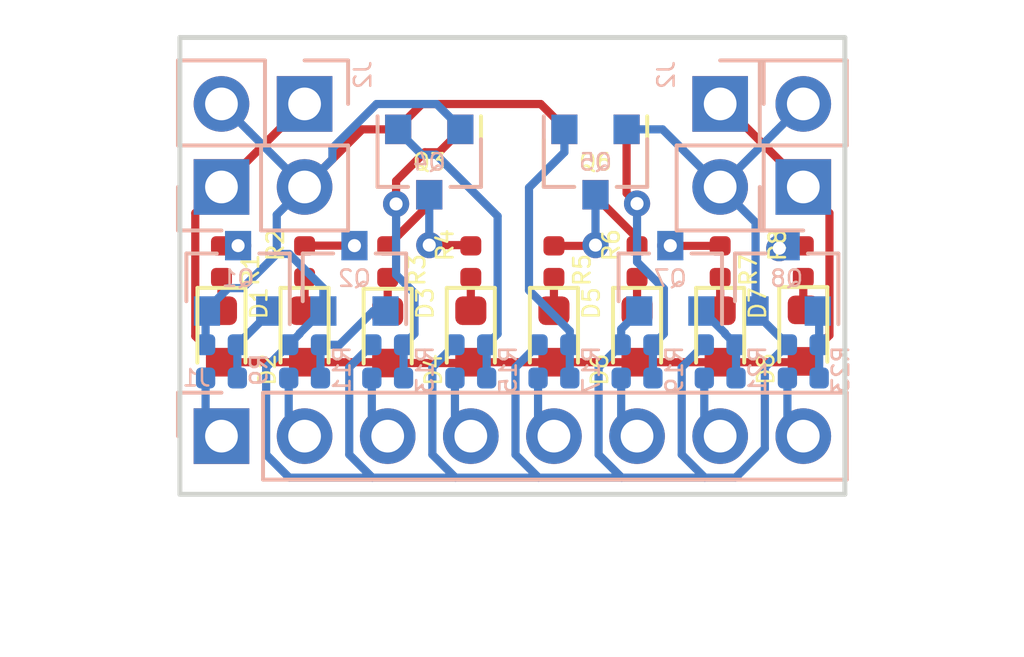
<source format=kicad_pcb>
(kicad_pcb (version 20171130) (host pcbnew 5.0.2-bee76a0~70~ubuntu18.04.1)

  (general
    (thickness 1.6)
    (drawings 4)
    (tracks 189)
    (zones 0)
    (modules 45)
    (nets 35)
  )

  (page A4)
  (layers
    (0 F.Cu signal)
    (31 B.Cu signal)
    (32 B.Adhes user hide)
    (33 F.Adhes user hide)
    (34 B.Paste user hide)
    (35 F.Paste user hide)
    (36 B.SilkS user)
    (37 F.SilkS user hide)
    (38 B.Mask user)
    (39 F.Mask user hide)
    (40 Dwgs.User user)
    (41 Cmts.User user)
    (42 Eco1.User user)
    (43 Eco2.User user)
    (44 Edge.Cuts user)
    (45 Margin user)
    (46 B.CrtYd user)
    (47 F.CrtYd user)
    (48 B.Fab user)
    (49 F.Fab user)
  )

  (setup
    (last_trace_width 0.25)
    (trace_clearance 0.2)
    (zone_clearance 0.508)
    (zone_45_only no)
    (trace_min 0.2)
    (segment_width 0.2)
    (edge_width 0.15)
    (via_size 0.8)
    (via_drill 0.4)
    (via_min_size 0.4)
    (via_min_drill 0.3)
    (uvia_size 0.3)
    (uvia_drill 0.1)
    (uvias_allowed no)
    (uvia_min_size 0.2)
    (uvia_min_drill 0.1)
    (pcb_text_width 0.3)
    (pcb_text_size 1.5 1.5)
    (mod_edge_width 0.15)
    (mod_text_size 1 1)
    (mod_text_width 0.15)
    (pad_size 1.524 1.524)
    (pad_drill 0.762)
    (pad_to_mask_clearance 0.051)
    (solder_mask_min_width 0.25)
    (aux_axis_origin 0 0)
    (grid_origin 125.222 104.648)
    (visible_elements FFFDFFFF)
    (pcbplotparams
      (layerselection 0x010fc_ffffffff)
      (usegerberextensions false)
      (usegerberattributes false)
      (usegerberadvancedattributes false)
      (creategerberjobfile false)
      (excludeedgelayer true)
      (linewidth 0.100000)
      (plotframeref false)
      (viasonmask false)
      (mode 1)
      (useauxorigin false)
      (hpglpennumber 1)
      (hpglpenspeed 20)
      (hpglpendiameter 15.000000)
      (psnegative false)
      (psa4output false)
      (plotreference true)
      (plotvalue true)
      (plotinvisibletext false)
      (padsonsilk false)
      (subtractmaskfromsilk false)
      (outputformat 1)
      (mirror false)
      (drillshape 0)
      (scaleselection 1)
      (outputdirectory "plots"))
  )

  (net 0 "")
  (net 1 "Net-(Q1-Pad1)")
  (net 2 "Net-(J1-Pad1)")
  (net 3 "Net-(J1-Pad5)")
  (net 4 "Net-(Q5-Pad1)")
  (net 5 "Net-(D8-Pad1)")
  (net 6 "Net-(Q8-Pad3)")
  (net 7 "Net-(J1-Pad8)")
  (net 8 "Net-(Q8-Pad1)")
  (net 9 "Net-(D7-Pad1)")
  (net 10 "Net-(Q7-Pad3)")
  (net 11 "Net-(J1-Pad7)")
  (net 12 "Net-(Q7-Pad1)")
  (net 13 "Net-(D6-Pad1)")
  (net 14 "Net-(Q6-Pad3)")
  (net 15 "Net-(J1-Pad6)")
  (net 16 "Net-(Q6-Pad1)")
  (net 17 "Net-(D5-Pad1)")
  (net 18 "Net-(Q5-Pad3)")
  (net 19 "Net-(Q4-Pad3)")
  (net 20 "Net-(D4-Pad1)")
  (net 21 "Net-(Q4-Pad1)")
  (net 22 "Net-(J1-Pad4)")
  (net 23 "Net-(Q3-Pad3)")
  (net 24 "Net-(D3-Pad1)")
  (net 25 "Net-(Q3-Pad1)")
  (net 26 "Net-(J1-Pad3)")
  (net 27 "Net-(Q2-Pad3)")
  (net 28 "Net-(D2-Pad1)")
  (net 29 "Net-(Q2-Pad1)")
  (net 30 "Net-(J1-Pad2)")
  (net 31 "Net-(Q1-Pad3)")
  (net 32 "Net-(D1-Pad1)")
  (net 33 GND)
  (net 34 VCC)

  (net_class Default "This is the default net class."
    (clearance 0.2)
    (trace_width 0.25)
    (via_dia 0.8)
    (via_drill 0.4)
    (uvia_dia 0.3)
    (uvia_drill 0.1)
    (add_net GND)
    (add_net "Net-(D1-Pad1)")
    (add_net "Net-(D2-Pad1)")
    (add_net "Net-(D3-Pad1)")
    (add_net "Net-(D4-Pad1)")
    (add_net "Net-(D5-Pad1)")
    (add_net "Net-(D6-Pad1)")
    (add_net "Net-(D7-Pad1)")
    (add_net "Net-(D8-Pad1)")
    (add_net "Net-(J1-Pad1)")
    (add_net "Net-(J1-Pad2)")
    (add_net "Net-(J1-Pad3)")
    (add_net "Net-(J1-Pad4)")
    (add_net "Net-(J1-Pad5)")
    (add_net "Net-(J1-Pad6)")
    (add_net "Net-(J1-Pad7)")
    (add_net "Net-(J1-Pad8)")
    (add_net "Net-(Q1-Pad1)")
    (add_net "Net-(Q1-Pad3)")
    (add_net "Net-(Q2-Pad1)")
    (add_net "Net-(Q2-Pad3)")
    (add_net "Net-(Q3-Pad1)")
    (add_net "Net-(Q3-Pad3)")
    (add_net "Net-(Q4-Pad1)")
    (add_net "Net-(Q4-Pad3)")
    (add_net "Net-(Q5-Pad1)")
    (add_net "Net-(Q5-Pad3)")
    (add_net "Net-(Q6-Pad1)")
    (add_net "Net-(Q6-Pad3)")
    (add_net "Net-(Q7-Pad1)")
    (add_net "Net-(Q7-Pad3)")
    (add_net "Net-(Q8-Pad1)")
    (add_net "Net-(Q8-Pad3)")
    (add_net VCC)
  )

  (module Resistor_SMD:R_0402_1005Metric (layer B.Cu) (tedit 5C75F6FE) (tstamp 5C760652)
    (at 137.922 99.314 180)
    (descr "Resistor SMD 0402 (1005 Metric), square (rectangular) end terminal, IPC_7351 nominal, (Body size source: http://www.tortai-tech.com/upload/download/2011102023233369053.pdf), generated with kicad-footprint-generator")
    (tags resistor)
    (path /5C796F6E)
    (attr smd)
    (fp_text reference R16 (at 0 1.17 180) (layer B.SilkS) hide
      (effects (font (size 1 1) (thickness 0.15)) (justify mirror))
    )
    (fp_text value 47k (at 0 -1.17 180) (layer B.Fab)
      (effects (font (size 1 1) (thickness 0.15)) (justify mirror))
    )
    (fp_text user %R (at 0 0 180) (layer B.Fab)
      (effects (font (size 0.25 0.25) (thickness 0.04)) (justify mirror))
    )
    (fp_line (start 0.93 -0.47) (end -0.93 -0.47) (layer B.CrtYd) (width 0.05))
    (fp_line (start 0.93 0.47) (end 0.93 -0.47) (layer B.CrtYd) (width 0.05))
    (fp_line (start -0.93 0.47) (end 0.93 0.47) (layer B.CrtYd) (width 0.05))
    (fp_line (start -0.93 -0.47) (end -0.93 0.47) (layer B.CrtYd) (width 0.05))
    (fp_line (start 0.5 -0.25) (end -0.5 -0.25) (layer B.Fab) (width 0.1))
    (fp_line (start 0.5 0.25) (end 0.5 -0.25) (layer B.Fab) (width 0.1))
    (fp_line (start -0.5 0.25) (end 0.5 0.25) (layer B.Fab) (width 0.1))
    (fp_line (start -0.5 -0.25) (end -0.5 0.25) (layer B.Fab) (width 0.1))
    (pad 2 smd roundrect (at 0.485 0 180) (size 0.59 0.64) (layers B.Cu B.Paste B.Mask) (roundrect_rratio 0.25)
      (net 33 GND))
    (pad 1 smd roundrect (at -0.485 0 180) (size 0.59 0.64) (layers B.Cu B.Paste B.Mask) (roundrect_rratio 0.25)
      (net 21 "Net-(Q4-Pad1)"))
    (model ${KISYS3DMOD}/Resistor_SMD.3dshapes/R_0402_1005Metric.wrl
      (at (xyz 0 0 0))
      (scale (xyz 1 1 1))
      (rotate (xyz 0 0 0))
    )
  )

  (module Resistor_SMD:R_0402_1005Metric (layer B.Cu) (tedit 5C75F789) (tstamp 5C760644)
    (at 137.922 100.33)
    (descr "Resistor SMD 0402 (1005 Metric), square (rectangular) end terminal, IPC_7351 nominal, (Body size source: http://www.tortai-tech.com/upload/download/2011102023233369053.pdf), generated with kicad-footprint-generator")
    (tags resistor)
    (path /5C710270)
    (attr smd)
    (fp_text reference R15 (at 1.143 -0.254 90) (layer B.SilkS)
      (effects (font (size 0.5 0.5) (thickness 0.08)) (justify mirror))
    )
    (fp_text value 47k (at 0 -1.17) (layer B.Fab)
      (effects (font (size 1 1) (thickness 0.15)) (justify mirror))
    )
    (fp_line (start -0.5 -0.25) (end -0.5 0.25) (layer B.Fab) (width 0.1))
    (fp_line (start -0.5 0.25) (end 0.5 0.25) (layer B.Fab) (width 0.1))
    (fp_line (start 0.5 0.25) (end 0.5 -0.25) (layer B.Fab) (width 0.1))
    (fp_line (start 0.5 -0.25) (end -0.5 -0.25) (layer B.Fab) (width 0.1))
    (fp_line (start -0.93 -0.47) (end -0.93 0.47) (layer B.CrtYd) (width 0.05))
    (fp_line (start -0.93 0.47) (end 0.93 0.47) (layer B.CrtYd) (width 0.05))
    (fp_line (start 0.93 0.47) (end 0.93 -0.47) (layer B.CrtYd) (width 0.05))
    (fp_line (start 0.93 -0.47) (end -0.93 -0.47) (layer B.CrtYd) (width 0.05))
    (fp_text user %R (at 0 0) (layer B.Fab)
      (effects (font (size 0.25 0.25) (thickness 0.04)) (justify mirror))
    )
    (pad 1 smd roundrect (at -0.485 0) (size 0.59 0.64) (layers B.Cu B.Paste B.Mask) (roundrect_rratio 0.25)
      (net 22 "Net-(J1-Pad4)"))
    (pad 2 smd roundrect (at 0.485 0) (size 0.59 0.64) (layers B.Cu B.Paste B.Mask) (roundrect_rratio 0.25)
      (net 21 "Net-(Q4-Pad1)"))
    (model ${KISYS3DMOD}/Resistor_SMD.3dshapes/R_0402_1005Metric.wrl
      (at (xyz 0 0 0))
      (scale (xyz 1 1 1))
      (rotate (xyz 0 0 0))
    )
  )

  (module Resistor_SMD:R_0402_1005Metric (layer F.Cu) (tedit 5C75EAD2) (tstamp 5C760636)
    (at 143.002 96.774 90)
    (descr "Resistor SMD 0402 (1005 Metric), square (rectangular) end terminal, IPC_7351 nominal, (Body size source: http://www.tortai-tech.com/upload/download/2011102023233369053.pdf), generated with kicad-footprint-generator")
    (tags resistor)
    (path /5C71B651)
    (attr smd)
    (fp_text reference R6 (at 0.508 -0.789 90) (layer F.SilkS)
      (effects (font (size 0.5 0.5) (thickness 0.08)))
    )
    (fp_text value 560 (at 0 1.17 90) (layer F.Fab)
      (effects (font (size 1 1) (thickness 0.15)))
    )
    (fp_text user %R (at 0 0 90) (layer F.Fab)
      (effects (font (size 0.25 0.25) (thickness 0.04)))
    )
    (fp_line (start 0.93 0.47) (end -0.93 0.47) (layer F.CrtYd) (width 0.05))
    (fp_line (start 0.93 -0.47) (end 0.93 0.47) (layer F.CrtYd) (width 0.05))
    (fp_line (start -0.93 -0.47) (end 0.93 -0.47) (layer F.CrtYd) (width 0.05))
    (fp_line (start -0.93 0.47) (end -0.93 -0.47) (layer F.CrtYd) (width 0.05))
    (fp_line (start 0.5 0.25) (end -0.5 0.25) (layer F.Fab) (width 0.1))
    (fp_line (start 0.5 -0.25) (end 0.5 0.25) (layer F.Fab) (width 0.1))
    (fp_line (start -0.5 -0.25) (end 0.5 -0.25) (layer F.Fab) (width 0.1))
    (fp_line (start -0.5 0.25) (end -0.5 -0.25) (layer F.Fab) (width 0.1))
    (pad 2 smd roundrect (at 0.485 0 90) (size 0.59 0.64) (layers F.Cu F.Paste F.Mask) (roundrect_rratio 0.25)
      (net 14 "Net-(Q6-Pad3)"))
    (pad 1 smd roundrect (at -0.485 0 90) (size 0.59 0.64) (layers F.Cu F.Paste F.Mask) (roundrect_rratio 0.25)
      (net 13 "Net-(D6-Pad1)"))
    (model ${KISYS3DMOD}/Resistor_SMD.3dshapes/R_0402_1005Metric.wrl
      (at (xyz 0 0 0))
      (scale (xyz 1 1 1))
      (rotate (xyz 0 0 0))
    )
  )

  (module Resistor_SMD:R_0402_1005Metric (layer F.Cu) (tedit 5C75EAD9) (tstamp 5C760628)
    (at 145.542 96.774 90)
    (descr "Resistor SMD 0402 (1005 Metric), square (rectangular) end terminal, IPC_7351 nominal, (Body size source: http://www.tortai-tech.com/upload/download/2011102023233369053.pdf), generated with kicad-footprint-generator")
    (tags resistor)
    (path /5C71C25D)
    (attr smd)
    (fp_text reference R7 (at -0.254 0.862 90) (layer F.SilkS)
      (effects (font (size 0.5 0.5) (thickness 0.08)))
    )
    (fp_text value 560 (at 0 1.17 90) (layer F.Fab)
      (effects (font (size 1 1) (thickness 0.15)))
    )
    (fp_line (start -0.5 0.25) (end -0.5 -0.25) (layer F.Fab) (width 0.1))
    (fp_line (start -0.5 -0.25) (end 0.5 -0.25) (layer F.Fab) (width 0.1))
    (fp_line (start 0.5 -0.25) (end 0.5 0.25) (layer F.Fab) (width 0.1))
    (fp_line (start 0.5 0.25) (end -0.5 0.25) (layer F.Fab) (width 0.1))
    (fp_line (start -0.93 0.47) (end -0.93 -0.47) (layer F.CrtYd) (width 0.05))
    (fp_line (start -0.93 -0.47) (end 0.93 -0.47) (layer F.CrtYd) (width 0.05))
    (fp_line (start 0.93 -0.47) (end 0.93 0.47) (layer F.CrtYd) (width 0.05))
    (fp_line (start 0.93 0.47) (end -0.93 0.47) (layer F.CrtYd) (width 0.05))
    (fp_text user %R (at 0 0 90) (layer F.Fab)
      (effects (font (size 0.25 0.25) (thickness 0.04)))
    )
    (pad 1 smd roundrect (at -0.485 0 90) (size 0.59 0.64) (layers F.Cu F.Paste F.Mask) (roundrect_rratio 0.25)
      (net 9 "Net-(D7-Pad1)"))
    (pad 2 smd roundrect (at 0.485 0 90) (size 0.59 0.64) (layers F.Cu F.Paste F.Mask) (roundrect_rratio 0.25)
      (net 10 "Net-(Q7-Pad3)"))
    (model ${KISYS3DMOD}/Resistor_SMD.3dshapes/R_0402_1005Metric.wrl
      (at (xyz 0 0 0))
      (scale (xyz 1 1 1))
      (rotate (xyz 0 0 0))
    )
  )

  (module Resistor_SMD:R_0402_1005Metric (layer F.Cu) (tedit 5C75EADE) (tstamp 5C76061A)
    (at 148.082 96.774 90)
    (descr "Resistor SMD 0402 (1005 Metric), square (rectangular) end terminal, IPC_7351 nominal, (Body size source: http://www.tortai-tech.com/upload/download/2011102023233369053.pdf), generated with kicad-footprint-generator")
    (tags resistor)
    (path /5C71D1FF)
    (attr smd)
    (fp_text reference R8 (at 0.508 -0.789 90) (layer F.SilkS)
      (effects (font (size 0.5 0.5) (thickness 0.08)))
    )
    (fp_text value 560 (at 0 1.17 90) (layer F.Fab)
      (effects (font (size 1 1) (thickness 0.15)))
    )
    (fp_text user %R (at 0 0 90) (layer F.Fab)
      (effects (font (size 0.25 0.25) (thickness 0.04)))
    )
    (fp_line (start 0.93 0.47) (end -0.93 0.47) (layer F.CrtYd) (width 0.05))
    (fp_line (start 0.93 -0.47) (end 0.93 0.47) (layer F.CrtYd) (width 0.05))
    (fp_line (start -0.93 -0.47) (end 0.93 -0.47) (layer F.CrtYd) (width 0.05))
    (fp_line (start -0.93 0.47) (end -0.93 -0.47) (layer F.CrtYd) (width 0.05))
    (fp_line (start 0.5 0.25) (end -0.5 0.25) (layer F.Fab) (width 0.1))
    (fp_line (start 0.5 -0.25) (end 0.5 0.25) (layer F.Fab) (width 0.1))
    (fp_line (start -0.5 -0.25) (end 0.5 -0.25) (layer F.Fab) (width 0.1))
    (fp_line (start -0.5 0.25) (end -0.5 -0.25) (layer F.Fab) (width 0.1))
    (pad 2 smd roundrect (at 0.485 0 90) (size 0.59 0.64) (layers F.Cu F.Paste F.Mask) (roundrect_rratio 0.25)
      (net 6 "Net-(Q8-Pad3)"))
    (pad 1 smd roundrect (at -0.485 0 90) (size 0.59 0.64) (layers F.Cu F.Paste F.Mask) (roundrect_rratio 0.25)
      (net 5 "Net-(D8-Pad1)"))
    (model ${KISYS3DMOD}/Resistor_SMD.3dshapes/R_0402_1005Metric.wrl
      (at (xyz 0 0 0))
      (scale (xyz 1 1 1))
      (rotate (xyz 0 0 0))
    )
  )

  (module Resistor_SMD:R_0402_1005Metric (layer B.Cu) (tedit 5C75F7B2) (tstamp 5C76060C)
    (at 130.302 100.33)
    (descr "Resistor SMD 0402 (1005 Metric), square (rectangular) end terminal, IPC_7351 nominal, (Body size source: http://www.tortai-tech.com/upload/download/2011102023233369053.pdf), generated with kicad-footprint-generator")
    (tags resistor)
    (path /5C70EAA3)
    (attr smd)
    (fp_text reference R9 (at 1.143 -0.254 90) (layer B.SilkS)
      (effects (font (size 0.5 0.5) (thickness 0.08)) (justify mirror))
    )
    (fp_text value 47k (at 0 -1.17) (layer B.Fab)
      (effects (font (size 1 1) (thickness 0.15)) (justify mirror))
    )
    (fp_line (start -0.5 -0.25) (end -0.5 0.25) (layer B.Fab) (width 0.1))
    (fp_line (start -0.5 0.25) (end 0.5 0.25) (layer B.Fab) (width 0.1))
    (fp_line (start 0.5 0.25) (end 0.5 -0.25) (layer B.Fab) (width 0.1))
    (fp_line (start 0.5 -0.25) (end -0.5 -0.25) (layer B.Fab) (width 0.1))
    (fp_line (start -0.93 -0.47) (end -0.93 0.47) (layer B.CrtYd) (width 0.05))
    (fp_line (start -0.93 0.47) (end 0.93 0.47) (layer B.CrtYd) (width 0.05))
    (fp_line (start 0.93 0.47) (end 0.93 -0.47) (layer B.CrtYd) (width 0.05))
    (fp_line (start 0.93 -0.47) (end -0.93 -0.47) (layer B.CrtYd) (width 0.05))
    (fp_text user %R (at 0 0) (layer B.Fab)
      (effects (font (size 0.25 0.25) (thickness 0.04)) (justify mirror))
    )
    (pad 1 smd roundrect (at -0.485 0) (size 0.59 0.64) (layers B.Cu B.Paste B.Mask) (roundrect_rratio 0.25)
      (net 2 "Net-(J1-Pad1)"))
    (pad 2 smd roundrect (at 0.485 0) (size 0.59 0.64) (layers B.Cu B.Paste B.Mask) (roundrect_rratio 0.25)
      (net 1 "Net-(Q1-Pad1)"))
    (model ${KISYS3DMOD}/Resistor_SMD.3dshapes/R_0402_1005Metric.wrl
      (at (xyz 0 0 0))
      (scale (xyz 1 1 1))
      (rotate (xyz 0 0 0))
    )
  )

  (module Resistor_SMD:R_0402_1005Metric (layer B.Cu) (tedit 5C75F70E) (tstamp 5C7605FE)
    (at 130.302 99.314 180)
    (descr "Resistor SMD 0402 (1005 Metric), square (rectangular) end terminal, IPC_7351 nominal, (Body size source: http://www.tortai-tech.com/upload/download/2011102023233369053.pdf), generated with kicad-footprint-generator")
    (tags resistor)
    (path /5C796DF0)
    (attr smd)
    (fp_text reference R10 (at 0 1.17 180) (layer B.SilkS) hide
      (effects (font (size 1 1) (thickness 0.15)) (justify mirror))
    )
    (fp_text value 47k (at 0 -1.17 180) (layer B.Fab)
      (effects (font (size 1 1) (thickness 0.15)) (justify mirror))
    )
    (fp_text user %R (at 0 0 180) (layer B.Fab)
      (effects (font (size 0.25 0.25) (thickness 0.04)) (justify mirror))
    )
    (fp_line (start 0.93 -0.47) (end -0.93 -0.47) (layer B.CrtYd) (width 0.05))
    (fp_line (start 0.93 0.47) (end 0.93 -0.47) (layer B.CrtYd) (width 0.05))
    (fp_line (start -0.93 0.47) (end 0.93 0.47) (layer B.CrtYd) (width 0.05))
    (fp_line (start -0.93 -0.47) (end -0.93 0.47) (layer B.CrtYd) (width 0.05))
    (fp_line (start 0.5 -0.25) (end -0.5 -0.25) (layer B.Fab) (width 0.1))
    (fp_line (start 0.5 0.25) (end 0.5 -0.25) (layer B.Fab) (width 0.1))
    (fp_line (start -0.5 0.25) (end 0.5 0.25) (layer B.Fab) (width 0.1))
    (fp_line (start -0.5 -0.25) (end -0.5 0.25) (layer B.Fab) (width 0.1))
    (pad 2 smd roundrect (at 0.485 0 180) (size 0.59 0.64) (layers B.Cu B.Paste B.Mask) (roundrect_rratio 0.25)
      (net 33 GND))
    (pad 1 smd roundrect (at -0.485 0 180) (size 0.59 0.64) (layers B.Cu B.Paste B.Mask) (roundrect_rratio 0.25)
      (net 1 "Net-(Q1-Pad1)"))
    (model ${KISYS3DMOD}/Resistor_SMD.3dshapes/R_0402_1005Metric.wrl
      (at (xyz 0 0 0))
      (scale (xyz 1 1 1))
      (rotate (xyz 0 0 0))
    )
  )

  (module Resistor_SMD:R_0402_1005Metric (layer B.Cu) (tedit 5C75F7A3) (tstamp 5C7605F0)
    (at 132.842 100.33)
    (descr "Resistor SMD 0402 (1005 Metric), square (rectangular) end terminal, IPC_7351 nominal, (Body size source: http://www.tortai-tech.com/upload/download/2011102023233369053.pdf), generated with kicad-footprint-generator")
    (tags resistor)
    (path /5C70FA46)
    (attr smd)
    (fp_text reference R11 (at 1.143 -0.254 90) (layer B.SilkS)
      (effects (font (size 0.5 0.5) (thickness 0.08)) (justify mirror))
    )
    (fp_text value 47k (at 0 -1.17) (layer B.Fab)
      (effects (font (size 1 1) (thickness 0.15)) (justify mirror))
    )
    (fp_line (start -0.5 -0.25) (end -0.5 0.25) (layer B.Fab) (width 0.1))
    (fp_line (start -0.5 0.25) (end 0.5 0.25) (layer B.Fab) (width 0.1))
    (fp_line (start 0.5 0.25) (end 0.5 -0.25) (layer B.Fab) (width 0.1))
    (fp_line (start 0.5 -0.25) (end -0.5 -0.25) (layer B.Fab) (width 0.1))
    (fp_line (start -0.93 -0.47) (end -0.93 0.47) (layer B.CrtYd) (width 0.05))
    (fp_line (start -0.93 0.47) (end 0.93 0.47) (layer B.CrtYd) (width 0.05))
    (fp_line (start 0.93 0.47) (end 0.93 -0.47) (layer B.CrtYd) (width 0.05))
    (fp_line (start 0.93 -0.47) (end -0.93 -0.47) (layer B.CrtYd) (width 0.05))
    (fp_text user %R (at 0 0) (layer B.Fab)
      (effects (font (size 0.25 0.25) (thickness 0.04)) (justify mirror))
    )
    (pad 1 smd roundrect (at -0.485 0) (size 0.59 0.64) (layers B.Cu B.Paste B.Mask) (roundrect_rratio 0.25)
      (net 30 "Net-(J1-Pad2)"))
    (pad 2 smd roundrect (at 0.485 0) (size 0.59 0.64) (layers B.Cu B.Paste B.Mask) (roundrect_rratio 0.25)
      (net 29 "Net-(Q2-Pad1)"))
    (model ${KISYS3DMOD}/Resistor_SMD.3dshapes/R_0402_1005Metric.wrl
      (at (xyz 0 0 0))
      (scale (xyz 1 1 1))
      (rotate (xyz 0 0 0))
    )
  )

  (module Resistor_SMD:R_0402_1005Metric (layer B.Cu) (tedit 5C75F70A) (tstamp 5C7605E2)
    (at 132.842 99.314 180)
    (descr "Resistor SMD 0402 (1005 Metric), square (rectangular) end terminal, IPC_7351 nominal, (Body size source: http://www.tortai-tech.com/upload/download/2011102023233369053.pdf), generated with kicad-footprint-generator")
    (tags resistor)
    (path /5C796E7A)
    (attr smd)
    (fp_text reference R12 (at 0 1.17 180) (layer B.SilkS) hide
      (effects (font (size 1 1) (thickness 0.15)) (justify mirror))
    )
    (fp_text value 47k (at 0 -1.17 180) (layer B.Fab)
      (effects (font (size 1 1) (thickness 0.15)) (justify mirror))
    )
    (fp_text user %R (at 0 0 180) (layer B.Fab)
      (effects (font (size 0.25 0.25) (thickness 0.04)) (justify mirror))
    )
    (fp_line (start 0.93 -0.47) (end -0.93 -0.47) (layer B.CrtYd) (width 0.05))
    (fp_line (start 0.93 0.47) (end 0.93 -0.47) (layer B.CrtYd) (width 0.05))
    (fp_line (start -0.93 0.47) (end 0.93 0.47) (layer B.CrtYd) (width 0.05))
    (fp_line (start -0.93 -0.47) (end -0.93 0.47) (layer B.CrtYd) (width 0.05))
    (fp_line (start 0.5 -0.25) (end -0.5 -0.25) (layer B.Fab) (width 0.1))
    (fp_line (start 0.5 0.25) (end 0.5 -0.25) (layer B.Fab) (width 0.1))
    (fp_line (start -0.5 0.25) (end 0.5 0.25) (layer B.Fab) (width 0.1))
    (fp_line (start -0.5 -0.25) (end -0.5 0.25) (layer B.Fab) (width 0.1))
    (pad 2 smd roundrect (at 0.485 0 180) (size 0.59 0.64) (layers B.Cu B.Paste B.Mask) (roundrect_rratio 0.25)
      (net 33 GND))
    (pad 1 smd roundrect (at -0.485 0 180) (size 0.59 0.64) (layers B.Cu B.Paste B.Mask) (roundrect_rratio 0.25)
      (net 29 "Net-(Q2-Pad1)"))
    (model ${KISYS3DMOD}/Resistor_SMD.3dshapes/R_0402_1005Metric.wrl
      (at (xyz 0 0 0))
      (scale (xyz 1 1 1))
      (rotate (xyz 0 0 0))
    )
  )

  (module Resistor_SMD:R_0402_1005Metric (layer B.Cu) (tedit 5C75F795) (tstamp 5C7605D4)
    (at 135.382 100.33)
    (descr "Resistor SMD 0402 (1005 Metric), square (rectangular) end terminal, IPC_7351 nominal, (Body size source: http://www.tortai-tech.com/upload/download/2011102023233369053.pdf), generated with kicad-footprint-generator")
    (tags resistor)
    (path /5C70FF88)
    (attr smd)
    (fp_text reference R13 (at 1.143 -0.254 90) (layer B.SilkS)
      (effects (font (size 0.5 0.5) (thickness 0.08)) (justify mirror))
    )
    (fp_text value 47k (at 0 -1.17) (layer B.Fab)
      (effects (font (size 1 1) (thickness 0.15)) (justify mirror))
    )
    (fp_line (start -0.5 -0.25) (end -0.5 0.25) (layer B.Fab) (width 0.1))
    (fp_line (start -0.5 0.25) (end 0.5 0.25) (layer B.Fab) (width 0.1))
    (fp_line (start 0.5 0.25) (end 0.5 -0.25) (layer B.Fab) (width 0.1))
    (fp_line (start 0.5 -0.25) (end -0.5 -0.25) (layer B.Fab) (width 0.1))
    (fp_line (start -0.93 -0.47) (end -0.93 0.47) (layer B.CrtYd) (width 0.05))
    (fp_line (start -0.93 0.47) (end 0.93 0.47) (layer B.CrtYd) (width 0.05))
    (fp_line (start 0.93 0.47) (end 0.93 -0.47) (layer B.CrtYd) (width 0.05))
    (fp_line (start 0.93 -0.47) (end -0.93 -0.47) (layer B.CrtYd) (width 0.05))
    (fp_text user %R (at 0 0) (layer B.Fab)
      (effects (font (size 0.25 0.25) (thickness 0.04)) (justify mirror))
    )
    (pad 1 smd roundrect (at -0.485 0) (size 0.59 0.64) (layers B.Cu B.Paste B.Mask) (roundrect_rratio 0.25)
      (net 26 "Net-(J1-Pad3)"))
    (pad 2 smd roundrect (at 0.485 0) (size 0.59 0.64) (layers B.Cu B.Paste B.Mask) (roundrect_rratio 0.25)
      (net 25 "Net-(Q3-Pad1)"))
    (model ${KISYS3DMOD}/Resistor_SMD.3dshapes/R_0402_1005Metric.wrl
      (at (xyz 0 0 0))
      (scale (xyz 1 1 1))
      (rotate (xyz 0 0 0))
    )
  )

  (module Resistor_SMD:R_0402_1005Metric (layer B.Cu) (tedit 5C75F702) (tstamp 5C7605C6)
    (at 135.382 99.314 180)
    (descr "Resistor SMD 0402 (1005 Metric), square (rectangular) end terminal, IPC_7351 nominal, (Body size source: http://www.tortai-tech.com/upload/download/2011102023233369053.pdf), generated with kicad-footprint-generator")
    (tags resistor)
    (path /5C796EF8)
    (attr smd)
    (fp_text reference R14 (at 0 1.17 180) (layer B.SilkS) hide
      (effects (font (size 1 1) (thickness 0.15)) (justify mirror))
    )
    (fp_text value 47k (at 0 -1.17 180) (layer B.Fab)
      (effects (font (size 1 1) (thickness 0.15)) (justify mirror))
    )
    (fp_text user %R (at 0 0 180) (layer B.Fab)
      (effects (font (size 0.25 0.25) (thickness 0.04)) (justify mirror))
    )
    (fp_line (start 0.93 -0.47) (end -0.93 -0.47) (layer B.CrtYd) (width 0.05))
    (fp_line (start 0.93 0.47) (end 0.93 -0.47) (layer B.CrtYd) (width 0.05))
    (fp_line (start -0.93 0.47) (end 0.93 0.47) (layer B.CrtYd) (width 0.05))
    (fp_line (start -0.93 -0.47) (end -0.93 0.47) (layer B.CrtYd) (width 0.05))
    (fp_line (start 0.5 -0.25) (end -0.5 -0.25) (layer B.Fab) (width 0.1))
    (fp_line (start 0.5 0.25) (end 0.5 -0.25) (layer B.Fab) (width 0.1))
    (fp_line (start -0.5 0.25) (end 0.5 0.25) (layer B.Fab) (width 0.1))
    (fp_line (start -0.5 -0.25) (end -0.5 0.25) (layer B.Fab) (width 0.1))
    (pad 2 smd roundrect (at 0.485 0 180) (size 0.59 0.64) (layers B.Cu B.Paste B.Mask) (roundrect_rratio 0.25)
      (net 33 GND))
    (pad 1 smd roundrect (at -0.485 0 180) (size 0.59 0.64) (layers B.Cu B.Paste B.Mask) (roundrect_rratio 0.25)
      (net 25 "Net-(Q3-Pad1)"))
    (model ${KISYS3DMOD}/Resistor_SMD.3dshapes/R_0402_1005Metric.wrl
      (at (xyz 0 0 0))
      (scale (xyz 1 1 1))
      (rotate (xyz 0 0 0))
    )
  )

  (module Resistor_SMD:R_0402_1005Metric (layer F.Cu) (tedit 5C75EAC6) (tstamp 5C76094D)
    (at 137.922 96.774 90)
    (descr "Resistor SMD 0402 (1005 Metric), square (rectangular) end terminal, IPC_7351 nominal, (Body size source: http://www.tortai-tech.com/upload/download/2011102023233369053.pdf), generated with kicad-footprint-generator")
    (tags resistor)
    (path /5C710258)
    (attr smd)
    (fp_text reference R4 (at 0.508 -0.789 90) (layer F.SilkS)
      (effects (font (size 0.5 0.5) (thickness 0.08)))
    )
    (fp_text value 560 (at 0 1.17 90) (layer F.Fab)
      (effects (font (size 1 1) (thickness 0.15)))
    )
    (fp_line (start -0.5 0.25) (end -0.5 -0.25) (layer F.Fab) (width 0.1))
    (fp_line (start -0.5 -0.25) (end 0.5 -0.25) (layer F.Fab) (width 0.1))
    (fp_line (start 0.5 -0.25) (end 0.5 0.25) (layer F.Fab) (width 0.1))
    (fp_line (start 0.5 0.25) (end -0.5 0.25) (layer F.Fab) (width 0.1))
    (fp_line (start -0.93 0.47) (end -0.93 -0.47) (layer F.CrtYd) (width 0.05))
    (fp_line (start -0.93 -0.47) (end 0.93 -0.47) (layer F.CrtYd) (width 0.05))
    (fp_line (start 0.93 -0.47) (end 0.93 0.47) (layer F.CrtYd) (width 0.05))
    (fp_line (start 0.93 0.47) (end -0.93 0.47) (layer F.CrtYd) (width 0.05))
    (fp_text user %R (at 0 0 90) (layer F.Fab)
      (effects (font (size 0.25 0.25) (thickness 0.04)))
    )
    (pad 1 smd roundrect (at -0.485 0 90) (size 0.59 0.64) (layers F.Cu F.Paste F.Mask) (roundrect_rratio 0.25)
      (net 20 "Net-(D4-Pad1)"))
    (pad 2 smd roundrect (at 0.485 0 90) (size 0.59 0.64) (layers F.Cu F.Paste F.Mask) (roundrect_rratio 0.25)
      (net 19 "Net-(Q4-Pad3)"))
    (model ${KISYS3DMOD}/Resistor_SMD.3dshapes/R_0402_1005Metric.wrl
      (at (xyz 0 0 0))
      (scale (xyz 1 1 1))
      (rotate (xyz 0 0 0))
    )
  )

  (module Resistor_SMD:R_0402_1005Metric (layer B.Cu) (tedit 5C75F779) (tstamp 5C7605AA)
    (at 140.462 100.33)
    (descr "Resistor SMD 0402 (1005 Metric), square (rectangular) end terminal, IPC_7351 nominal, (Body size source: http://www.tortai-tech.com/upload/download/2011102023233369053.pdf), generated with kicad-footprint-generator")
    (tags resistor)
    (path /5C71ADD7)
    (attr smd)
    (fp_text reference R17 (at 1.143 -0.254 90) (layer B.SilkS)
      (effects (font (size 0.5 0.5) (thickness 0.08)) (justify mirror))
    )
    (fp_text value 47k (at 0 -1.17) (layer B.Fab)
      (effects (font (size 1 1) (thickness 0.15)) (justify mirror))
    )
    (fp_text user %R (at 0 0) (layer B.Fab)
      (effects (font (size 0.25 0.25) (thickness 0.04)) (justify mirror))
    )
    (fp_line (start 0.93 -0.47) (end -0.93 -0.47) (layer B.CrtYd) (width 0.05))
    (fp_line (start 0.93 0.47) (end 0.93 -0.47) (layer B.CrtYd) (width 0.05))
    (fp_line (start -0.93 0.47) (end 0.93 0.47) (layer B.CrtYd) (width 0.05))
    (fp_line (start -0.93 -0.47) (end -0.93 0.47) (layer B.CrtYd) (width 0.05))
    (fp_line (start 0.5 -0.25) (end -0.5 -0.25) (layer B.Fab) (width 0.1))
    (fp_line (start 0.5 0.25) (end 0.5 -0.25) (layer B.Fab) (width 0.1))
    (fp_line (start -0.5 0.25) (end 0.5 0.25) (layer B.Fab) (width 0.1))
    (fp_line (start -0.5 -0.25) (end -0.5 0.25) (layer B.Fab) (width 0.1))
    (pad 2 smd roundrect (at 0.485 0) (size 0.59 0.64) (layers B.Cu B.Paste B.Mask) (roundrect_rratio 0.25)
      (net 4 "Net-(Q5-Pad1)"))
    (pad 1 smd roundrect (at -0.485 0) (size 0.59 0.64) (layers B.Cu B.Paste B.Mask) (roundrect_rratio 0.25)
      (net 3 "Net-(J1-Pad5)"))
    (model ${KISYS3DMOD}/Resistor_SMD.3dshapes/R_0402_1005Metric.wrl
      (at (xyz 0 0 0))
      (scale (xyz 1 1 1))
      (rotate (xyz 0 0 0))
    )
  )

  (module Resistor_SMD:R_0402_1005Metric (layer B.Cu) (tedit 5C75F6FB) (tstamp 5C76059C)
    (at 140.462 99.314 180)
    (descr "Resistor SMD 0402 (1005 Metric), square (rectangular) end terminal, IPC_7351 nominal, (Body size source: http://www.tortai-tech.com/upload/download/2011102023233369053.pdf), generated with kicad-footprint-generator")
    (tags resistor)
    (path /5C796FE8)
    (attr smd)
    (fp_text reference R18 (at 0 1.17 180) (layer B.SilkS) hide
      (effects (font (size 1 1) (thickness 0.15)) (justify mirror))
    )
    (fp_text value 47k (at 0 -1.17 180) (layer B.Fab)
      (effects (font (size 1 1) (thickness 0.15)) (justify mirror))
    )
    (fp_line (start -0.5 -0.25) (end -0.5 0.25) (layer B.Fab) (width 0.1))
    (fp_line (start -0.5 0.25) (end 0.5 0.25) (layer B.Fab) (width 0.1))
    (fp_line (start 0.5 0.25) (end 0.5 -0.25) (layer B.Fab) (width 0.1))
    (fp_line (start 0.5 -0.25) (end -0.5 -0.25) (layer B.Fab) (width 0.1))
    (fp_line (start -0.93 -0.47) (end -0.93 0.47) (layer B.CrtYd) (width 0.05))
    (fp_line (start -0.93 0.47) (end 0.93 0.47) (layer B.CrtYd) (width 0.05))
    (fp_line (start 0.93 0.47) (end 0.93 -0.47) (layer B.CrtYd) (width 0.05))
    (fp_line (start 0.93 -0.47) (end -0.93 -0.47) (layer B.CrtYd) (width 0.05))
    (fp_text user %R (at 0 0 180) (layer B.Fab)
      (effects (font (size 0.25 0.25) (thickness 0.04)) (justify mirror))
    )
    (pad 1 smd roundrect (at -0.485 0 180) (size 0.59 0.64) (layers B.Cu B.Paste B.Mask) (roundrect_rratio 0.25)
      (net 4 "Net-(Q5-Pad1)"))
    (pad 2 smd roundrect (at 0.485 0 180) (size 0.59 0.64) (layers B.Cu B.Paste B.Mask) (roundrect_rratio 0.25)
      (net 33 GND))
    (model ${KISYS3DMOD}/Resistor_SMD.3dshapes/R_0402_1005Metric.wrl
      (at (xyz 0 0 0))
      (scale (xyz 1 1 1))
      (rotate (xyz 0 0 0))
    )
  )

  (module Resistor_SMD:R_0402_1005Metric (layer B.Cu) (tedit 5C75F764) (tstamp 5C76058E)
    (at 143.002 100.33)
    (descr "Resistor SMD 0402 (1005 Metric), square (rectangular) end terminal, IPC_7351 nominal, (Body size source: http://www.tortai-tech.com/upload/download/2011102023233369053.pdf), generated with kicad-footprint-generator")
    (tags resistor)
    (path /5C71B669)
    (attr smd)
    (fp_text reference R19 (at 1.143 -0.254 90) (layer B.SilkS)
      (effects (font (size 0.5 0.5) (thickness 0.08)) (justify mirror))
    )
    (fp_text value 47k (at 0 -1.17) (layer B.Fab)
      (effects (font (size 1 1) (thickness 0.15)) (justify mirror))
    )
    (fp_text user %R (at 0 0) (layer B.Fab)
      (effects (font (size 0.25 0.25) (thickness 0.04)) (justify mirror))
    )
    (fp_line (start 0.93 -0.47) (end -0.93 -0.47) (layer B.CrtYd) (width 0.05))
    (fp_line (start 0.93 0.47) (end 0.93 -0.47) (layer B.CrtYd) (width 0.05))
    (fp_line (start -0.93 0.47) (end 0.93 0.47) (layer B.CrtYd) (width 0.05))
    (fp_line (start -0.93 -0.47) (end -0.93 0.47) (layer B.CrtYd) (width 0.05))
    (fp_line (start 0.5 -0.25) (end -0.5 -0.25) (layer B.Fab) (width 0.1))
    (fp_line (start 0.5 0.25) (end 0.5 -0.25) (layer B.Fab) (width 0.1))
    (fp_line (start -0.5 0.25) (end 0.5 0.25) (layer B.Fab) (width 0.1))
    (fp_line (start -0.5 -0.25) (end -0.5 0.25) (layer B.Fab) (width 0.1))
    (pad 2 smd roundrect (at 0.485 0) (size 0.59 0.64) (layers B.Cu B.Paste B.Mask) (roundrect_rratio 0.25)
      (net 16 "Net-(Q6-Pad1)"))
    (pad 1 smd roundrect (at -0.485 0) (size 0.59 0.64) (layers B.Cu B.Paste B.Mask) (roundrect_rratio 0.25)
      (net 15 "Net-(J1-Pad6)"))
    (model ${KISYS3DMOD}/Resistor_SMD.3dshapes/R_0402_1005Metric.wrl
      (at (xyz 0 0 0))
      (scale (xyz 1 1 1))
      (rotate (xyz 0 0 0))
    )
  )

  (module Resistor_SMD:R_0402_1005Metric (layer B.Cu) (tedit 5C75F6F6) (tstamp 5C760580)
    (at 143.002 99.314 180)
    (descr "Resistor SMD 0402 (1005 Metric), square (rectangular) end terminal, IPC_7351 nominal, (Body size source: http://www.tortai-tech.com/upload/download/2011102023233369053.pdf), generated with kicad-footprint-generator")
    (tags resistor)
    (path /5C797F29)
    (attr smd)
    (fp_text reference R20 (at 0 1.17 180) (layer B.SilkS) hide
      (effects (font (size 1 1) (thickness 0.15)) (justify mirror))
    )
    (fp_text value 47k (at 0 -1.17 180) (layer B.Fab)
      (effects (font (size 1 1) (thickness 0.15)) (justify mirror))
    )
    (fp_line (start -0.5 -0.25) (end -0.5 0.25) (layer B.Fab) (width 0.1))
    (fp_line (start -0.5 0.25) (end 0.5 0.25) (layer B.Fab) (width 0.1))
    (fp_line (start 0.5 0.25) (end 0.5 -0.25) (layer B.Fab) (width 0.1))
    (fp_line (start 0.5 -0.25) (end -0.5 -0.25) (layer B.Fab) (width 0.1))
    (fp_line (start -0.93 -0.47) (end -0.93 0.47) (layer B.CrtYd) (width 0.05))
    (fp_line (start -0.93 0.47) (end 0.93 0.47) (layer B.CrtYd) (width 0.05))
    (fp_line (start 0.93 0.47) (end 0.93 -0.47) (layer B.CrtYd) (width 0.05))
    (fp_line (start 0.93 -0.47) (end -0.93 -0.47) (layer B.CrtYd) (width 0.05))
    (fp_text user %R (at 0 0 180) (layer B.Fab)
      (effects (font (size 0.25 0.25) (thickness 0.04)) (justify mirror))
    )
    (pad 1 smd roundrect (at -0.485 0 180) (size 0.59 0.64) (layers B.Cu B.Paste B.Mask) (roundrect_rratio 0.25)
      (net 16 "Net-(Q6-Pad1)"))
    (pad 2 smd roundrect (at 0.485 0 180) (size 0.59 0.64) (layers B.Cu B.Paste B.Mask) (roundrect_rratio 0.25)
      (net 33 GND))
    (model ${KISYS3DMOD}/Resistor_SMD.3dshapes/R_0402_1005Metric.wrl
      (at (xyz 0 0 0))
      (scale (xyz 1 1 1))
      (rotate (xyz 0 0 0))
    )
  )

  (module Resistor_SMD:R_0402_1005Metric (layer B.Cu) (tedit 5C75F715) (tstamp 5C760572)
    (at 145.542 100.33)
    (descr "Resistor SMD 0402 (1005 Metric), square (rectangular) end terminal, IPC_7351 nominal, (Body size source: http://www.tortai-tech.com/upload/download/2011102023233369053.pdf), generated with kicad-footprint-generator")
    (tags resistor)
    (path /5C71C275)
    (attr smd)
    (fp_text reference R21 (at 1.143 -0.254 90) (layer B.SilkS)
      (effects (font (size 0.5 0.5) (thickness 0.08)) (justify mirror))
    )
    (fp_text value 47k (at 0 -1.17) (layer B.Fab)
      (effects (font (size 1 1) (thickness 0.15)) (justify mirror))
    )
    (fp_text user %R (at 0 0) (layer B.Fab)
      (effects (font (size 0.25 0.25) (thickness 0.04)) (justify mirror))
    )
    (fp_line (start 0.93 -0.47) (end -0.93 -0.47) (layer B.CrtYd) (width 0.05))
    (fp_line (start 0.93 0.47) (end 0.93 -0.47) (layer B.CrtYd) (width 0.05))
    (fp_line (start -0.93 0.47) (end 0.93 0.47) (layer B.CrtYd) (width 0.05))
    (fp_line (start -0.93 -0.47) (end -0.93 0.47) (layer B.CrtYd) (width 0.05))
    (fp_line (start 0.5 -0.25) (end -0.5 -0.25) (layer B.Fab) (width 0.1))
    (fp_line (start 0.5 0.25) (end 0.5 -0.25) (layer B.Fab) (width 0.1))
    (fp_line (start -0.5 0.25) (end 0.5 0.25) (layer B.Fab) (width 0.1))
    (fp_line (start -0.5 -0.25) (end -0.5 0.25) (layer B.Fab) (width 0.1))
    (pad 2 smd roundrect (at 0.485 0) (size 0.59 0.64) (layers B.Cu B.Paste B.Mask) (roundrect_rratio 0.25)
      (net 12 "Net-(Q7-Pad1)"))
    (pad 1 smd roundrect (at -0.485 0) (size 0.59 0.64) (layers B.Cu B.Paste B.Mask) (roundrect_rratio 0.25)
      (net 11 "Net-(J1-Pad7)"))
    (model ${KISYS3DMOD}/Resistor_SMD.3dshapes/R_0402_1005Metric.wrl
      (at (xyz 0 0 0))
      (scale (xyz 1 1 1))
      (rotate (xyz 0 0 0))
    )
  )

  (module Resistor_SMD:R_0402_1005Metric (layer B.Cu) (tedit 5C75F6F1) (tstamp 5C760564)
    (at 145.542 99.314 180)
    (descr "Resistor SMD 0402 (1005 Metric), square (rectangular) end terminal, IPC_7351 nominal, (Body size source: http://www.tortai-tech.com/upload/download/2011102023233369053.pdf), generated with kicad-footprint-generator")
    (tags resistor)
    (path /5C797FA5)
    (attr smd)
    (fp_text reference R22 (at 0 1.17 180) (layer B.SilkS) hide
      (effects (font (size 1 1) (thickness 0.15)) (justify mirror))
    )
    (fp_text value 47k (at 0 -1.17 180) (layer B.Fab)
      (effects (font (size 1 1) (thickness 0.15)) (justify mirror))
    )
    (fp_line (start -0.5 -0.25) (end -0.5 0.25) (layer B.Fab) (width 0.1))
    (fp_line (start -0.5 0.25) (end 0.5 0.25) (layer B.Fab) (width 0.1))
    (fp_line (start 0.5 0.25) (end 0.5 -0.25) (layer B.Fab) (width 0.1))
    (fp_line (start 0.5 -0.25) (end -0.5 -0.25) (layer B.Fab) (width 0.1))
    (fp_line (start -0.93 -0.47) (end -0.93 0.47) (layer B.CrtYd) (width 0.05))
    (fp_line (start -0.93 0.47) (end 0.93 0.47) (layer B.CrtYd) (width 0.05))
    (fp_line (start 0.93 0.47) (end 0.93 -0.47) (layer B.CrtYd) (width 0.05))
    (fp_line (start 0.93 -0.47) (end -0.93 -0.47) (layer B.CrtYd) (width 0.05))
    (fp_text user %R (at 0 0 180) (layer B.Fab)
      (effects (font (size 0.25 0.25) (thickness 0.04)) (justify mirror))
    )
    (pad 1 smd roundrect (at -0.485 0 180) (size 0.59 0.64) (layers B.Cu B.Paste B.Mask) (roundrect_rratio 0.25)
      (net 12 "Net-(Q7-Pad1)"))
    (pad 2 smd roundrect (at 0.485 0 180) (size 0.59 0.64) (layers B.Cu B.Paste B.Mask) (roundrect_rratio 0.25)
      (net 33 GND))
    (model ${KISYS3DMOD}/Resistor_SMD.3dshapes/R_0402_1005Metric.wrl
      (at (xyz 0 0 0))
      (scale (xyz 1 1 1))
      (rotate (xyz 0 0 0))
    )
  )

  (module Resistor_SMD:R_0402_1005Metric (layer B.Cu) (tedit 5C75F74C) (tstamp 5C760556)
    (at 148.082 100.33)
    (descr "Resistor SMD 0402 (1005 Metric), square (rectangular) end terminal, IPC_7351 nominal, (Body size source: http://www.tortai-tech.com/upload/download/2011102023233369053.pdf), generated with kicad-footprint-generator")
    (tags resistor)
    (path /5C71D217)
    (attr smd)
    (fp_text reference R23 (at 1.143 -0.254 90) (layer B.SilkS)
      (effects (font (size 0.5 0.5) (thickness 0.08)) (justify mirror))
    )
    (fp_text value 47k (at 0 -1.17) (layer B.Fab)
      (effects (font (size 1 1) (thickness 0.15)) (justify mirror))
    )
    (fp_text user %R (at 0 0) (layer B.Fab)
      (effects (font (size 0.25 0.25) (thickness 0.04)) (justify mirror))
    )
    (fp_line (start 0.93 -0.47) (end -0.93 -0.47) (layer B.CrtYd) (width 0.05))
    (fp_line (start 0.93 0.47) (end 0.93 -0.47) (layer B.CrtYd) (width 0.05))
    (fp_line (start -0.93 0.47) (end 0.93 0.47) (layer B.CrtYd) (width 0.05))
    (fp_line (start -0.93 -0.47) (end -0.93 0.47) (layer B.CrtYd) (width 0.05))
    (fp_line (start 0.5 -0.25) (end -0.5 -0.25) (layer B.Fab) (width 0.1))
    (fp_line (start 0.5 0.25) (end 0.5 -0.25) (layer B.Fab) (width 0.1))
    (fp_line (start -0.5 0.25) (end 0.5 0.25) (layer B.Fab) (width 0.1))
    (fp_line (start -0.5 -0.25) (end -0.5 0.25) (layer B.Fab) (width 0.1))
    (pad 2 smd roundrect (at 0.485 0) (size 0.59 0.64) (layers B.Cu B.Paste B.Mask) (roundrect_rratio 0.25)
      (net 8 "Net-(Q8-Pad1)"))
    (pad 1 smd roundrect (at -0.485 0) (size 0.59 0.64) (layers B.Cu B.Paste B.Mask) (roundrect_rratio 0.25)
      (net 7 "Net-(J1-Pad8)"))
    (model ${KISYS3DMOD}/Resistor_SMD.3dshapes/R_0402_1005Metric.wrl
      (at (xyz 0 0 0))
      (scale (xyz 1 1 1))
      (rotate (xyz 0 0 0))
    )
  )

  (module Resistor_SMD:R_0402_1005Metric (layer B.Cu) (tedit 5C75F6EA) (tstamp 5C760548)
    (at 148.082 99.314 180)
    (descr "Resistor SMD 0402 (1005 Metric), square (rectangular) end terminal, IPC_7351 nominal, (Body size source: http://www.tortai-tech.com/upload/download/2011102023233369053.pdf), generated with kicad-footprint-generator")
    (tags resistor)
    (path /5C798025)
    (attr smd)
    (fp_text reference R24 (at 0 1.17 180) (layer B.SilkS) hide
      (effects (font (size 1 1) (thickness 0.15)) (justify mirror))
    )
    (fp_text value 47k (at 0 -1.17 180) (layer B.Fab)
      (effects (font (size 1 1) (thickness 0.15)) (justify mirror))
    )
    (fp_line (start -0.5 -0.25) (end -0.5 0.25) (layer B.Fab) (width 0.1))
    (fp_line (start -0.5 0.25) (end 0.5 0.25) (layer B.Fab) (width 0.1))
    (fp_line (start 0.5 0.25) (end 0.5 -0.25) (layer B.Fab) (width 0.1))
    (fp_line (start 0.5 -0.25) (end -0.5 -0.25) (layer B.Fab) (width 0.1))
    (fp_line (start -0.93 -0.47) (end -0.93 0.47) (layer B.CrtYd) (width 0.05))
    (fp_line (start -0.93 0.47) (end 0.93 0.47) (layer B.CrtYd) (width 0.05))
    (fp_line (start 0.93 0.47) (end 0.93 -0.47) (layer B.CrtYd) (width 0.05))
    (fp_line (start 0.93 -0.47) (end -0.93 -0.47) (layer B.CrtYd) (width 0.05))
    (fp_text user %R (at 0 0 180) (layer B.Fab)
      (effects (font (size 0.25 0.25) (thickness 0.04)) (justify mirror))
    )
    (pad 1 smd roundrect (at -0.485 0 180) (size 0.59 0.64) (layers B.Cu B.Paste B.Mask) (roundrect_rratio 0.25)
      (net 8 "Net-(Q8-Pad1)"))
    (pad 2 smd roundrect (at 0.485 0 180) (size 0.59 0.64) (layers B.Cu B.Paste B.Mask) (roundrect_rratio 0.25)
      (net 33 GND))
    (model ${KISYS3DMOD}/Resistor_SMD.3dshapes/R_0402_1005Metric.wrl
      (at (xyz 0 0 0))
      (scale (xyz 1 1 1))
      (rotate (xyz 0 0 0))
    )
  )

  (module Resistor_SMD:R_0402_1005Metric (layer F.Cu) (tedit 5C75EAC0) (tstamp 5C76053A)
    (at 135.382 96.774 90)
    (descr "Resistor SMD 0402 (1005 Metric), square (rectangular) end terminal, IPC_7351 nominal, (Body size source: http://www.tortai-tech.com/upload/download/2011102023233369053.pdf), generated with kicad-footprint-generator")
    (tags resistor)
    (path /5C70FF70)
    (attr smd)
    (fp_text reference R3 (at -0.254 0.889 90) (layer F.SilkS)
      (effects (font (size 0.5 0.5) (thickness 0.08)))
    )
    (fp_text value 560 (at 0 1.17 90) (layer F.Fab)
      (effects (font (size 1 1) (thickness 0.15)))
    )
    (fp_text user %R (at 0 0 90) (layer F.Fab)
      (effects (font (size 0.25 0.25) (thickness 0.04)))
    )
    (fp_line (start 0.93 0.47) (end -0.93 0.47) (layer F.CrtYd) (width 0.05))
    (fp_line (start 0.93 -0.47) (end 0.93 0.47) (layer F.CrtYd) (width 0.05))
    (fp_line (start -0.93 -0.47) (end 0.93 -0.47) (layer F.CrtYd) (width 0.05))
    (fp_line (start -0.93 0.47) (end -0.93 -0.47) (layer F.CrtYd) (width 0.05))
    (fp_line (start 0.5 0.25) (end -0.5 0.25) (layer F.Fab) (width 0.1))
    (fp_line (start 0.5 -0.25) (end 0.5 0.25) (layer F.Fab) (width 0.1))
    (fp_line (start -0.5 -0.25) (end 0.5 -0.25) (layer F.Fab) (width 0.1))
    (fp_line (start -0.5 0.25) (end -0.5 -0.25) (layer F.Fab) (width 0.1))
    (pad 2 smd roundrect (at 0.485 0 90) (size 0.59 0.64) (layers F.Cu F.Paste F.Mask) (roundrect_rratio 0.25)
      (net 23 "Net-(Q3-Pad3)"))
    (pad 1 smd roundrect (at -0.485 0 90) (size 0.59 0.64) (layers F.Cu F.Paste F.Mask) (roundrect_rratio 0.25)
      (net 24 "Net-(D3-Pad1)"))
    (model ${KISYS3DMOD}/Resistor_SMD.3dshapes/R_0402_1005Metric.wrl
      (at (xyz 0 0 0))
      (scale (xyz 1 1 1))
      (rotate (xyz 0 0 0))
    )
  )

  (module Resistor_SMD:R_0402_1005Metric (layer F.Cu) (tedit 5C75EAAE) (tstamp 5C76052C)
    (at 132.842 96.774 90)
    (descr "Resistor SMD 0402 (1005 Metric), square (rectangular) end terminal, IPC_7351 nominal, (Body size source: http://www.tortai-tech.com/upload/download/2011102023233369053.pdf), generated with kicad-footprint-generator")
    (tags resistor)
    (path /5C70FA2E)
    (attr smd)
    (fp_text reference R2 (at 0.508 -0.889 90) (layer F.SilkS)
      (effects (font (size 0.5 0.5) (thickness 0.08)))
    )
    (fp_text value 560 (at 0 1.17 90) (layer F.Fab)
      (effects (font (size 1 1) (thickness 0.15)))
    )
    (fp_line (start -0.5 0.25) (end -0.5 -0.25) (layer F.Fab) (width 0.1))
    (fp_line (start -0.5 -0.25) (end 0.5 -0.25) (layer F.Fab) (width 0.1))
    (fp_line (start 0.5 -0.25) (end 0.5 0.25) (layer F.Fab) (width 0.1))
    (fp_line (start 0.5 0.25) (end -0.5 0.25) (layer F.Fab) (width 0.1))
    (fp_line (start -0.93 0.47) (end -0.93 -0.47) (layer F.CrtYd) (width 0.05))
    (fp_line (start -0.93 -0.47) (end 0.93 -0.47) (layer F.CrtYd) (width 0.05))
    (fp_line (start 0.93 -0.47) (end 0.93 0.47) (layer F.CrtYd) (width 0.05))
    (fp_line (start 0.93 0.47) (end -0.93 0.47) (layer F.CrtYd) (width 0.05))
    (fp_text user %R (at 0 0 90) (layer F.Fab)
      (effects (font (size 0.25 0.25) (thickness 0.04)))
    )
    (pad 1 smd roundrect (at -0.485 0 90) (size 0.59 0.64) (layers F.Cu F.Paste F.Mask) (roundrect_rratio 0.25)
      (net 28 "Net-(D2-Pad1)"))
    (pad 2 smd roundrect (at 0.485 0 90) (size 0.59 0.64) (layers F.Cu F.Paste F.Mask) (roundrect_rratio 0.25)
      (net 27 "Net-(Q2-Pad3)"))
    (model ${KISYS3DMOD}/Resistor_SMD.3dshapes/R_0402_1005Metric.wrl
      (at (xyz 0 0 0))
      (scale (xyz 1 1 1))
      (rotate (xyz 0 0 0))
    )
  )

  (module Resistor_SMD:R_0402_1005Metric (layer F.Cu) (tedit 5C75EAA7) (tstamp 5C76051E)
    (at 130.302 96.774 90)
    (descr "Resistor SMD 0402 (1005 Metric), square (rectangular) end terminal, IPC_7351 nominal, (Body size source: http://www.tortai-tech.com/upload/download/2011102023233369053.pdf), generated with kicad-footprint-generator")
    (tags resistor)
    (path /5C70E019)
    (attr smd)
    (fp_text reference R1 (at -0.254 0.889 90) (layer F.SilkS)
      (effects (font (size 0.5 0.5) (thickness 0.08)))
    )
    (fp_text value 560 (at 0 1.17 90) (layer F.Fab)
      (effects (font (size 1 1) (thickness 0.15)))
    )
    (fp_text user %R (at 0 0 90) (layer F.Fab)
      (effects (font (size 0.25 0.25) (thickness 0.04)))
    )
    (fp_line (start 0.93 0.47) (end -0.93 0.47) (layer F.CrtYd) (width 0.05))
    (fp_line (start 0.93 -0.47) (end 0.93 0.47) (layer F.CrtYd) (width 0.05))
    (fp_line (start -0.93 -0.47) (end 0.93 -0.47) (layer F.CrtYd) (width 0.05))
    (fp_line (start -0.93 0.47) (end -0.93 -0.47) (layer F.CrtYd) (width 0.05))
    (fp_line (start 0.5 0.25) (end -0.5 0.25) (layer F.Fab) (width 0.1))
    (fp_line (start 0.5 -0.25) (end 0.5 0.25) (layer F.Fab) (width 0.1))
    (fp_line (start -0.5 -0.25) (end 0.5 -0.25) (layer F.Fab) (width 0.1))
    (fp_line (start -0.5 0.25) (end -0.5 -0.25) (layer F.Fab) (width 0.1))
    (pad 2 smd roundrect (at 0.485 0 90) (size 0.59 0.64) (layers F.Cu F.Paste F.Mask) (roundrect_rratio 0.25)
      (net 31 "Net-(Q1-Pad3)"))
    (pad 1 smd roundrect (at -0.485 0 90) (size 0.59 0.64) (layers F.Cu F.Paste F.Mask) (roundrect_rratio 0.25)
      (net 32 "Net-(D1-Pad1)"))
    (model ${KISYS3DMOD}/Resistor_SMD.3dshapes/R_0402_1005Metric.wrl
      (at (xyz 0 0 0))
      (scale (xyz 1 1 1))
      (rotate (xyz 0 0 0))
    )
  )

  (module Resistor_SMD:R_0402_1005Metric (layer F.Cu) (tedit 5C75EACC) (tstamp 5C760510)
    (at 140.462 96.774 90)
    (descr "Resistor SMD 0402 (1005 Metric), square (rectangular) end terminal, IPC_7351 nominal, (Body size source: http://www.tortai-tech.com/upload/download/2011102023233369053.pdf), generated with kicad-footprint-generator")
    (tags resistor)
    (path /5C71ADBF)
    (attr smd)
    (fp_text reference R5 (at -0.254 0.862 90) (layer F.SilkS)
      (effects (font (size 0.5 0.5) (thickness 0.08)))
    )
    (fp_text value 560 (at 0 1.17 90) (layer F.Fab)
      (effects (font (size 1 1) (thickness 0.15)))
    )
    (fp_line (start -0.5 0.25) (end -0.5 -0.25) (layer F.Fab) (width 0.1))
    (fp_line (start -0.5 -0.25) (end 0.5 -0.25) (layer F.Fab) (width 0.1))
    (fp_line (start 0.5 -0.25) (end 0.5 0.25) (layer F.Fab) (width 0.1))
    (fp_line (start 0.5 0.25) (end -0.5 0.25) (layer F.Fab) (width 0.1))
    (fp_line (start -0.93 0.47) (end -0.93 -0.47) (layer F.CrtYd) (width 0.05))
    (fp_line (start -0.93 -0.47) (end 0.93 -0.47) (layer F.CrtYd) (width 0.05))
    (fp_line (start 0.93 -0.47) (end 0.93 0.47) (layer F.CrtYd) (width 0.05))
    (fp_line (start 0.93 0.47) (end -0.93 0.47) (layer F.CrtYd) (width 0.05))
    (fp_text user %R (at 0 0 90) (layer F.Fab)
      (effects (font (size 0.25 0.25) (thickness 0.04)))
    )
    (pad 1 smd roundrect (at -0.485 0 90) (size 0.59 0.64) (layers F.Cu F.Paste F.Mask) (roundrect_rratio 0.25)
      (net 17 "Net-(D5-Pad1)"))
    (pad 2 smd roundrect (at 0.485 0 90) (size 0.59 0.64) (layers F.Cu F.Paste F.Mask) (roundrect_rratio 0.25)
      (net 18 "Net-(Q5-Pad3)"))
    (model ${KISYS3DMOD}/Resistor_SMD.3dshapes/R_0402_1005Metric.wrl
      (at (xyz 0 0 0))
      (scale (xyz 1 1 1))
      (rotate (xyz 0 0 0))
    )
  )

  (module Connector_PinHeader_2.54mm:PinHeader_1x02_P2.54mm_Vertical (layer B.Cu) (tedit 5C710FCD) (tstamp 5C75F4B3)
    (at 145.542 91.948 180)
    (descr "Through hole straight pin header, 1x02, 2.54mm pitch, single row")
    (tags "Through hole pin header THT 1x02 2.54mm single row")
    (path /5C70CE8D)
    (fp_text reference J2 (at 1.651 0.889 270) (layer B.SilkS)
      (effects (font (size 0.5 0.5) (thickness 0.075)) (justify mirror))
    )
    (fp_text value Conn_01x02_Male (at 0 -4.87 180) (layer B.Fab)
      (effects (font (size 1 1) (thickness 0.15)) (justify mirror))
    )
    (fp_line (start -0.635 1.27) (end 1.27 1.27) (layer B.Fab) (width 0.1))
    (fp_line (start 1.27 1.27) (end 1.27 -3.81) (layer B.Fab) (width 0.1))
    (fp_line (start 1.27 -3.81) (end -1.27 -3.81) (layer B.Fab) (width 0.1))
    (fp_line (start -1.27 -3.81) (end -1.27 0.635) (layer B.Fab) (width 0.1))
    (fp_line (start -1.27 0.635) (end -0.635 1.27) (layer B.Fab) (width 0.1))
    (fp_line (start -1.33 -3.87) (end 1.33 -3.87) (layer B.SilkS) (width 0.12))
    (fp_line (start -1.33 -1.27) (end -1.33 -3.87) (layer B.SilkS) (width 0.12))
    (fp_line (start 1.33 -1.27) (end 1.33 -3.87) (layer B.SilkS) (width 0.12))
    (fp_line (start -1.33 -1.27) (end 1.33 -1.27) (layer B.SilkS) (width 0.12))
    (fp_line (start -1.33 0) (end -1.33 1.33) (layer B.SilkS) (width 0.12))
    (fp_line (start -1.33 1.33) (end 0 1.33) (layer B.SilkS) (width 0.12))
    (fp_line (start -1.8 1.8) (end -1.8 -4.35) (layer B.CrtYd) (width 0.05))
    (fp_line (start -1.8 -4.35) (end 1.8 -4.35) (layer B.CrtYd) (width 0.05))
    (fp_line (start 1.8 -4.35) (end 1.8 1.8) (layer B.CrtYd) (width 0.05))
    (fp_line (start 1.8 1.8) (end -1.8 1.8) (layer B.CrtYd) (width 0.05))
    (fp_text user %R (at 0 -1.27 90) (layer B.Fab)
      (effects (font (size 1 1) (thickness 0.15)) (justify mirror))
    )
    (pad 1 thru_hole rect (at 0 0 180) (size 1.7 1.7) (drill 1) (layers *.Cu *.Mask)
      (net 34 VCC))
    (pad 2 thru_hole oval (at 0 -2.54 180) (size 1.7 1.7) (drill 1) (layers *.Cu *.Mask)
      (net 33 GND))
    (model ${KISYS3DMOD}/Connector_PinHeader_2.54mm.3dshapes/PinHeader_1x02_P2.54mm_Vertical.wrl
      (at (xyz 0 0 0))
      (scale (xyz 1 1 1))
      (rotate (xyz 0 0 0))
    )
  )

  (module Connector_PinHeader_2.54mm:PinHeader_1x02_P2.54mm_Vertical (layer B.Cu) (tedit 5C75F7EC) (tstamp 5C75F45F)
    (at 148.082 94.488)
    (descr "Through hole straight pin header, 1x02, 2.54mm pitch, single row")
    (tags "Through hole pin header THT 1x02 2.54mm single row")
    (path /5C70CE8D)
    (fp_text reference J2 (at 1.016 -4.318) (layer B.SilkS) hide
      (effects (font (size 0.5 0.5) (thickness 0.075)) (justify mirror))
    )
    (fp_text value Conn_01x02_Male (at 0 -4.87) (layer B.Fab)
      (effects (font (size 1 1) (thickness 0.15)) (justify mirror))
    )
    (fp_text user %R (at 0 -1.27 -90) (layer B.Fab)
      (effects (font (size 1 1) (thickness 0.15)) (justify mirror))
    )
    (fp_line (start 1.8 1.8) (end -1.8 1.8) (layer B.CrtYd) (width 0.05))
    (fp_line (start 1.8 -4.35) (end 1.8 1.8) (layer B.CrtYd) (width 0.05))
    (fp_line (start -1.8 -4.35) (end 1.8 -4.35) (layer B.CrtYd) (width 0.05))
    (fp_line (start -1.8 1.8) (end -1.8 -4.35) (layer B.CrtYd) (width 0.05))
    (fp_line (start -1.33 1.33) (end 0 1.33) (layer B.SilkS) (width 0.12))
    (fp_line (start -1.33 0) (end -1.33 1.33) (layer B.SilkS) (width 0.12))
    (fp_line (start -1.33 -1.27) (end 1.33 -1.27) (layer B.SilkS) (width 0.12))
    (fp_line (start 1.33 -1.27) (end 1.33 -3.87) (layer B.SilkS) (width 0.12))
    (fp_line (start -1.33 -1.27) (end -1.33 -3.87) (layer B.SilkS) (width 0.12))
    (fp_line (start -1.33 -3.87) (end 1.33 -3.87) (layer B.SilkS) (width 0.12))
    (fp_line (start -1.27 0.635) (end -0.635 1.27) (layer B.Fab) (width 0.1))
    (fp_line (start -1.27 -3.81) (end -1.27 0.635) (layer B.Fab) (width 0.1))
    (fp_line (start 1.27 -3.81) (end -1.27 -3.81) (layer B.Fab) (width 0.1))
    (fp_line (start 1.27 1.27) (end 1.27 -3.81) (layer B.Fab) (width 0.1))
    (fp_line (start -0.635 1.27) (end 1.27 1.27) (layer B.Fab) (width 0.1))
    (pad 2 thru_hole oval (at 0 -2.54) (size 1.7 1.7) (drill 1) (layers *.Cu *.Mask)
      (net 33 GND))
    (pad 1 thru_hole rect (at 0 0) (size 1.7 1.7) (drill 1) (layers *.Cu *.Mask)
      (net 34 VCC))
    (model ${KISYS3DMOD}/Connector_PinHeader_2.54mm.3dshapes/PinHeader_1x02_P2.54mm_Vertical.wrl
      (at (xyz 0 0 0))
      (scale (xyz 1 1 1))
      (rotate (xyz 0 0 0))
    )
  )

  (module Connector_PinHeader_2.54mm:PinHeader_1x02_P2.54mm_Vertical (layer B.Cu) (tedit 5C75F7D9) (tstamp 5C723812)
    (at 130.302 94.488)
    (descr "Through hole straight pin header, 1x02, 2.54mm pitch, single row")
    (tags "Through hole pin header THT 1x02 2.54mm single row")
    (path /5C70CE8D)
    (fp_text reference J2 (at -0.762 1.778) (layer B.SilkS) hide
      (effects (font (size 0.5 0.5) (thickness 0.075)) (justify mirror))
    )
    (fp_text value Conn_01x02_Male (at 0 -4.87) (layer B.Fab)
      (effects (font (size 1 1) (thickness 0.15)) (justify mirror))
    )
    (fp_text user %R (at 0 -1.27 -90) (layer B.Fab)
      (effects (font (size 1 1) (thickness 0.15)) (justify mirror))
    )
    (fp_line (start 1.8 1.8) (end -1.8 1.8) (layer B.CrtYd) (width 0.05))
    (fp_line (start 1.8 -4.35) (end 1.8 1.8) (layer B.CrtYd) (width 0.05))
    (fp_line (start -1.8 -4.35) (end 1.8 -4.35) (layer B.CrtYd) (width 0.05))
    (fp_line (start -1.8 1.8) (end -1.8 -4.35) (layer B.CrtYd) (width 0.05))
    (fp_line (start -1.33 1.33) (end 0 1.33) (layer B.SilkS) (width 0.12))
    (fp_line (start -1.33 0) (end -1.33 1.33) (layer B.SilkS) (width 0.12))
    (fp_line (start -1.33 -1.27) (end 1.33 -1.27) (layer B.SilkS) (width 0.12))
    (fp_line (start 1.33 -1.27) (end 1.33 -3.87) (layer B.SilkS) (width 0.12))
    (fp_line (start -1.33 -1.27) (end -1.33 -3.87) (layer B.SilkS) (width 0.12))
    (fp_line (start -1.33 -3.87) (end 1.33 -3.87) (layer B.SilkS) (width 0.12))
    (fp_line (start -1.27 0.635) (end -0.635 1.27) (layer B.Fab) (width 0.1))
    (fp_line (start -1.27 -3.81) (end -1.27 0.635) (layer B.Fab) (width 0.1))
    (fp_line (start 1.27 -3.81) (end -1.27 -3.81) (layer B.Fab) (width 0.1))
    (fp_line (start 1.27 1.27) (end 1.27 -3.81) (layer B.Fab) (width 0.1))
    (fp_line (start -0.635 1.27) (end 1.27 1.27) (layer B.Fab) (width 0.1))
    (pad 2 thru_hole oval (at 0 -2.54) (size 1.7 1.7) (drill 1) (layers *.Cu *.Mask)
      (net 33 GND))
    (pad 1 thru_hole rect (at 0 0) (size 1.7 1.7) (drill 1) (layers *.Cu *.Mask)
      (net 34 VCC))
    (model ${KISYS3DMOD}/Connector_PinHeader_2.54mm.3dshapes/PinHeader_1x02_P2.54mm_Vertical.wrl
      (at (xyz 0 0 0))
      (scale (xyz 1 1 1))
      (rotate (xyz 0 0 0))
    )
  )

  (module Connector_PinHeader_2.54mm:PinHeader_1x02_P2.54mm_Vertical (layer B.Cu) (tedit 5C710FCD) (tstamp 5C71E42C)
    (at 132.842 91.948 180)
    (descr "Through hole straight pin header, 1x02, 2.54mm pitch, single row")
    (tags "Through hole pin header THT 1x02 2.54mm single row")
    (path /5C70CE8D)
    (fp_text reference J2 (at -1.778 0.889 270) (layer B.SilkS)
      (effects (font (size 0.5 0.5) (thickness 0.075)) (justify mirror))
    )
    (fp_text value Conn_01x02_Male (at 0 -4.87 180) (layer B.Fab)
      (effects (font (size 1 1) (thickness 0.15)) (justify mirror))
    )
    (fp_line (start -0.635 1.27) (end 1.27 1.27) (layer B.Fab) (width 0.1))
    (fp_line (start 1.27 1.27) (end 1.27 -3.81) (layer B.Fab) (width 0.1))
    (fp_line (start 1.27 -3.81) (end -1.27 -3.81) (layer B.Fab) (width 0.1))
    (fp_line (start -1.27 -3.81) (end -1.27 0.635) (layer B.Fab) (width 0.1))
    (fp_line (start -1.27 0.635) (end -0.635 1.27) (layer B.Fab) (width 0.1))
    (fp_line (start -1.33 -3.87) (end 1.33 -3.87) (layer B.SilkS) (width 0.12))
    (fp_line (start -1.33 -1.27) (end -1.33 -3.87) (layer B.SilkS) (width 0.12))
    (fp_line (start 1.33 -1.27) (end 1.33 -3.87) (layer B.SilkS) (width 0.12))
    (fp_line (start -1.33 -1.27) (end 1.33 -1.27) (layer B.SilkS) (width 0.12))
    (fp_line (start -1.33 0) (end -1.33 1.33) (layer B.SilkS) (width 0.12))
    (fp_line (start -1.33 1.33) (end 0 1.33) (layer B.SilkS) (width 0.12))
    (fp_line (start -1.8 1.8) (end -1.8 -4.35) (layer B.CrtYd) (width 0.05))
    (fp_line (start -1.8 -4.35) (end 1.8 -4.35) (layer B.CrtYd) (width 0.05))
    (fp_line (start 1.8 -4.35) (end 1.8 1.8) (layer B.CrtYd) (width 0.05))
    (fp_line (start 1.8 1.8) (end -1.8 1.8) (layer B.CrtYd) (width 0.05))
    (fp_text user %R (at 0 -1.27 90) (layer B.Fab)
      (effects (font (size 1 1) (thickness 0.15)) (justify mirror))
    )
    (pad 1 thru_hole rect (at 0 0 180) (size 1.7 1.7) (drill 1) (layers *.Cu *.Mask)
      (net 34 VCC))
    (pad 2 thru_hole oval (at 0 -2.54 180) (size 1.7 1.7) (drill 1) (layers *.Cu *.Mask)
      (net 33 GND))
    (model ${KISYS3DMOD}/Connector_PinHeader_2.54mm.3dshapes/PinHeader_1x02_P2.54mm_Vertical.wrl
      (at (xyz 0 0 0))
      (scale (xyz 1 1 1))
      (rotate (xyz 0 0 0))
    )
  )

  (module Connector_PinHeader_2.54mm:PinHeader_1x08_P2.54mm_Vertical (layer B.Cu) (tedit 5C75F7FF) (tstamp 5C71E416)
    (at 130.302 102.108 270)
    (descr "Through hole straight pin header, 1x08, 2.54mm pitch, single row")
    (tags "Through hole pin header THT 1x08 2.54mm single row")
    (path /5C70CCC1)
    (fp_text reference J1 (at -1.778 0.762 180) (layer B.SilkS)
      (effects (font (size 0.5 0.5) (thickness 0.075)) (justify mirror))
    )
    (fp_text value Conn_01x08_Male (at 0 -20.11 270) (layer B.Fab)
      (effects (font (size 1 1) (thickness 0.15)) (justify mirror))
    )
    (fp_line (start -0.635 1.27) (end 1.27 1.27) (layer B.Fab) (width 0.1))
    (fp_line (start 1.27 1.27) (end 1.27 -19.05) (layer B.Fab) (width 0.1))
    (fp_line (start 1.27 -19.05) (end -1.27 -19.05) (layer B.Fab) (width 0.1))
    (fp_line (start -1.27 -19.05) (end -1.27 0.635) (layer B.Fab) (width 0.1))
    (fp_line (start -1.27 0.635) (end -0.635 1.27) (layer B.Fab) (width 0.1))
    (fp_line (start -1.33 -19.11) (end 1.33 -19.11) (layer B.SilkS) (width 0.12))
    (fp_line (start -1.33 -1.27) (end -1.33 -19.11) (layer B.SilkS) (width 0.12))
    (fp_line (start 1.33 -1.27) (end 1.33 -19.11) (layer B.SilkS) (width 0.12))
    (fp_line (start -1.33 -1.27) (end 1.33 -1.27) (layer B.SilkS) (width 0.12))
    (fp_line (start -1.33 0) (end -1.33 1.33) (layer B.SilkS) (width 0.12))
    (fp_line (start -1.33 1.33) (end 0 1.33) (layer B.SilkS) (width 0.12))
    (fp_line (start -1.8 1.8) (end -1.8 -19.55) (layer B.CrtYd) (width 0.05))
    (fp_line (start -1.8 -19.55) (end 1.8 -19.55) (layer B.CrtYd) (width 0.05))
    (fp_line (start 1.8 -19.55) (end 1.8 1.8) (layer B.CrtYd) (width 0.05))
    (fp_line (start 1.8 1.8) (end -1.8 1.8) (layer B.CrtYd) (width 0.05))
    (fp_text user %R (at 1.397 0.635 270) (layer B.Fab)
      (effects (font (size 0.5 0.5) (thickness 0.08)) (justify mirror))
    )
    (pad 1 thru_hole rect (at 0 0 270) (size 1.7 1.7) (drill 1) (layers *.Cu *.Mask)
      (net 2 "Net-(J1-Pad1)"))
    (pad 2 thru_hole oval (at 0 -2.54 270) (size 1.7 1.7) (drill 1) (layers *.Cu *.Mask)
      (net 30 "Net-(J1-Pad2)"))
    (pad 3 thru_hole oval (at 0 -5.08 270) (size 1.7 1.7) (drill 1) (layers *.Cu *.Mask)
      (net 26 "Net-(J1-Pad3)"))
    (pad 4 thru_hole oval (at 0 -7.62 270) (size 1.7 1.7) (drill 1) (layers *.Cu *.Mask)
      (net 22 "Net-(J1-Pad4)"))
    (pad 5 thru_hole oval (at 0 -10.16 270) (size 1.7 1.7) (drill 1) (layers *.Cu *.Mask)
      (net 3 "Net-(J1-Pad5)"))
    (pad 6 thru_hole oval (at 0 -12.7 270) (size 1.7 1.7) (drill 1) (layers *.Cu *.Mask)
      (net 15 "Net-(J1-Pad6)"))
    (pad 7 thru_hole oval (at 0 -15.24 270) (size 1.7 1.7) (drill 1) (layers *.Cu *.Mask)
      (net 11 "Net-(J1-Pad7)"))
    (pad 8 thru_hole oval (at 0 -17.78 270) (size 1.7 1.7) (drill 1) (layers *.Cu *.Mask)
      (net 7 "Net-(J1-Pad8)"))
    (model ${KISYS3DMOD}/Connector_PinHeader_2.54mm.3dshapes/PinHeader_1x08_P2.54mm_Vertical.wrl
      (at (xyz 0 0 0))
      (scale (xyz 1 1 1))
      (rotate (xyz 0 0 0))
    )
  )

  (module LED_SMD:LED_0603_1608Metric (layer F.Cu) (tedit 5C710EA1) (tstamp 5C71E3FA)
    (at 148.082 99.0345 270)
    (descr "LED SMD 0603 (1608 Metric), square (rectangular) end terminal, IPC_7351 nominal, (Body size source: http://www.tortai-tech.com/upload/download/2011102023233369053.pdf), generated with kicad-footprint-generator")
    (tags diode)
    (path /5C71D1F2)
    (attr smd)
    (fp_text reference D8 (at 1.016 1.143 270) (layer F.SilkS)
      (effects (font (size 0.5 0.5) (thickness 0.075)))
    )
    (fp_text value LED (at 0 1.43 270) (layer F.Fab)
      (effects (font (size 1 1) (thickness 0.15)))
    )
    (fp_text user %R (at 0 0 270) (layer F.Fab)
      (effects (font (size 0.4 0.4) (thickness 0.06)))
    )
    (fp_line (start 1.48 0.73) (end -1.48 0.73) (layer F.CrtYd) (width 0.05))
    (fp_line (start 1.48 -0.73) (end 1.48 0.73) (layer F.CrtYd) (width 0.05))
    (fp_line (start -1.48 -0.73) (end 1.48 -0.73) (layer F.CrtYd) (width 0.05))
    (fp_line (start -1.48 0.73) (end -1.48 -0.73) (layer F.CrtYd) (width 0.05))
    (fp_line (start -1.485 0.735) (end 0.8 0.735) (layer F.SilkS) (width 0.12))
    (fp_line (start -1.485 -0.735) (end -1.485 0.735) (layer F.SilkS) (width 0.12))
    (fp_line (start 0.8 -0.735) (end -1.485 -0.735) (layer F.SilkS) (width 0.12))
    (fp_line (start 0.8 0.4) (end 0.8 -0.4) (layer F.Fab) (width 0.1))
    (fp_line (start -0.8 0.4) (end 0.8 0.4) (layer F.Fab) (width 0.1))
    (fp_line (start -0.8 -0.1) (end -0.8 0.4) (layer F.Fab) (width 0.1))
    (fp_line (start -0.5 -0.4) (end -0.8 -0.1) (layer F.Fab) (width 0.1))
    (fp_line (start 0.8 -0.4) (end -0.5 -0.4) (layer F.Fab) (width 0.1))
    (pad 2 smd roundrect (at 0.7875 0 270) (size 0.875 0.95) (layers F.Cu F.Paste F.Mask) (roundrect_rratio 0.25)
      (net 34 VCC))
    (pad 1 smd roundrect (at -0.7875 0 270) (size 0.875 0.95) (layers F.Cu F.Paste F.Mask) (roundrect_rratio 0.25)
      (net 5 "Net-(D8-Pad1)"))
    (model ${KISYS3DMOD}/LED_SMD.3dshapes/LED_0603_1608Metric.wrl
      (at (xyz 0 0 0))
      (scale (xyz 1 1 1))
      (rotate (xyz 0 0 0))
    )
  )

  (module LED_SMD:LED_0603_1608Metric (layer F.Cu) (tedit 5C710E94) (tstamp 5C71E3E7)
    (at 145.542 99.06 270)
    (descr "LED SMD 0603 (1608 Metric), square (rectangular) end terminal, IPC_7351 nominal, (Body size source: http://www.tortai-tech.com/upload/download/2011102023233369053.pdf), generated with kicad-footprint-generator")
    (tags diode)
    (path /5C71C250)
    (attr smd)
    (fp_text reference D7 (at -1.016 -1.143 270) (layer F.SilkS)
      (effects (font (size 0.5 0.5) (thickness 0.075)))
    )
    (fp_text value LED (at 0 1.43 270) (layer F.Fab)
      (effects (font (size 1 1) (thickness 0.15)))
    )
    (fp_line (start 0.8 -0.4) (end -0.5 -0.4) (layer F.Fab) (width 0.1))
    (fp_line (start -0.5 -0.4) (end -0.8 -0.1) (layer F.Fab) (width 0.1))
    (fp_line (start -0.8 -0.1) (end -0.8 0.4) (layer F.Fab) (width 0.1))
    (fp_line (start -0.8 0.4) (end 0.8 0.4) (layer F.Fab) (width 0.1))
    (fp_line (start 0.8 0.4) (end 0.8 -0.4) (layer F.Fab) (width 0.1))
    (fp_line (start 0.8 -0.735) (end -1.485 -0.735) (layer F.SilkS) (width 0.12))
    (fp_line (start -1.485 -0.735) (end -1.485 0.735) (layer F.SilkS) (width 0.12))
    (fp_line (start -1.485 0.735) (end 0.8 0.735) (layer F.SilkS) (width 0.12))
    (fp_line (start -1.48 0.73) (end -1.48 -0.73) (layer F.CrtYd) (width 0.05))
    (fp_line (start -1.48 -0.73) (end 1.48 -0.73) (layer F.CrtYd) (width 0.05))
    (fp_line (start 1.48 -0.73) (end 1.48 0.73) (layer F.CrtYd) (width 0.05))
    (fp_line (start 1.48 0.73) (end -1.48 0.73) (layer F.CrtYd) (width 0.05))
    (fp_text user %R (at 0 0 270) (layer F.Fab)
      (effects (font (size 0.4 0.4) (thickness 0.06)))
    )
    (pad 1 smd roundrect (at -0.7875 0 270) (size 0.875 0.95) (layers F.Cu F.Paste F.Mask) (roundrect_rratio 0.25)
      (net 9 "Net-(D7-Pad1)"))
    (pad 2 smd roundrect (at 0.7875 0 270) (size 0.875 0.95) (layers F.Cu F.Paste F.Mask) (roundrect_rratio 0.25)
      (net 34 VCC))
    (model ${KISYS3DMOD}/LED_SMD.3dshapes/LED_0603_1608Metric.wrl
      (at (xyz 0 0 0))
      (scale (xyz 1 1 1))
      (rotate (xyz 0 0 0))
    )
  )

  (module LED_SMD:LED_0603_1608Metric (layer F.Cu) (tedit 5C710EAE) (tstamp 5C71E3D4)
    (at 143.002 99.06 270)
    (descr "LED SMD 0603 (1608 Metric), square (rectangular) end terminal, IPC_7351 nominal, (Body size source: http://www.tortai-tech.com/upload/download/2011102023233369053.pdf), generated with kicad-footprint-generator")
    (tags diode)
    (path /5C71B644)
    (attr smd)
    (fp_text reference D6 (at 1.016 1.143 270) (layer F.SilkS)
      (effects (font (size 0.5 0.5) (thickness 0.075)))
    )
    (fp_text value LED (at 0 1.43 270) (layer F.Fab)
      (effects (font (size 1 1) (thickness 0.15)))
    )
    (fp_text user %R (at 0 0 270) (layer F.Fab)
      (effects (font (size 0.4 0.4) (thickness 0.06)))
    )
    (fp_line (start 1.48 0.73) (end -1.48 0.73) (layer F.CrtYd) (width 0.05))
    (fp_line (start 1.48 -0.73) (end 1.48 0.73) (layer F.CrtYd) (width 0.05))
    (fp_line (start -1.48 -0.73) (end 1.48 -0.73) (layer F.CrtYd) (width 0.05))
    (fp_line (start -1.48 0.73) (end -1.48 -0.73) (layer F.CrtYd) (width 0.05))
    (fp_line (start -1.485 0.735) (end 0.8 0.735) (layer F.SilkS) (width 0.12))
    (fp_line (start -1.485 -0.735) (end -1.485 0.735) (layer F.SilkS) (width 0.12))
    (fp_line (start 0.8 -0.735) (end -1.485 -0.735) (layer F.SilkS) (width 0.12))
    (fp_line (start 0.8 0.4) (end 0.8 -0.4) (layer F.Fab) (width 0.1))
    (fp_line (start -0.8 0.4) (end 0.8 0.4) (layer F.Fab) (width 0.1))
    (fp_line (start -0.8 -0.1) (end -0.8 0.4) (layer F.Fab) (width 0.1))
    (fp_line (start -0.5 -0.4) (end -0.8 -0.1) (layer F.Fab) (width 0.1))
    (fp_line (start 0.8 -0.4) (end -0.5 -0.4) (layer F.Fab) (width 0.1))
    (pad 2 smd roundrect (at 0.7875 0 270) (size 0.875 0.95) (layers F.Cu F.Paste F.Mask) (roundrect_rratio 0.25)
      (net 34 VCC))
    (pad 1 smd roundrect (at -0.7875 0 270) (size 0.875 0.95) (layers F.Cu F.Paste F.Mask) (roundrect_rratio 0.25)
      (net 13 "Net-(D6-Pad1)"))
    (model ${KISYS3DMOD}/LED_SMD.3dshapes/LED_0603_1608Metric.wrl
      (at (xyz 0 0 0))
      (scale (xyz 1 1 1))
      (rotate (xyz 0 0 0))
    )
  )

  (module LED_SMD:LED_0603_1608Metric (layer F.Cu) (tedit 5C710EB6) (tstamp 5C71E3C1)
    (at 140.462 99.06 270)
    (descr "LED SMD 0603 (1608 Metric), square (rectangular) end terminal, IPC_7351 nominal, (Body size source: http://www.tortai-tech.com/upload/download/2011102023233369053.pdf), generated with kicad-footprint-generator")
    (tags diode)
    (path /5C71ADB2)
    (attr smd)
    (fp_text reference D5 (at -1.016 -1.143 270) (layer F.SilkS)
      (effects (font (size 0.5 0.5) (thickness 0.075)))
    )
    (fp_text value LED (at 0 1.43 270) (layer F.Fab)
      (effects (font (size 1 1) (thickness 0.15)))
    )
    (fp_line (start 0.8 -0.4) (end -0.5 -0.4) (layer F.Fab) (width 0.1))
    (fp_line (start -0.5 -0.4) (end -0.8 -0.1) (layer F.Fab) (width 0.1))
    (fp_line (start -0.8 -0.1) (end -0.8 0.4) (layer F.Fab) (width 0.1))
    (fp_line (start -0.8 0.4) (end 0.8 0.4) (layer F.Fab) (width 0.1))
    (fp_line (start 0.8 0.4) (end 0.8 -0.4) (layer F.Fab) (width 0.1))
    (fp_line (start 0.8 -0.735) (end -1.485 -0.735) (layer F.SilkS) (width 0.12))
    (fp_line (start -1.485 -0.735) (end -1.485 0.735) (layer F.SilkS) (width 0.12))
    (fp_line (start -1.485 0.735) (end 0.8 0.735) (layer F.SilkS) (width 0.12))
    (fp_line (start -1.48 0.73) (end -1.48 -0.73) (layer F.CrtYd) (width 0.05))
    (fp_line (start -1.48 -0.73) (end 1.48 -0.73) (layer F.CrtYd) (width 0.05))
    (fp_line (start 1.48 -0.73) (end 1.48 0.73) (layer F.CrtYd) (width 0.05))
    (fp_line (start 1.48 0.73) (end -1.48 0.73) (layer F.CrtYd) (width 0.05))
    (fp_text user %R (at 0 0 270) (layer F.Fab)
      (effects (font (size 0.4 0.4) (thickness 0.06)))
    )
    (pad 1 smd roundrect (at -0.7875 0 270) (size 0.875 0.95) (layers F.Cu F.Paste F.Mask) (roundrect_rratio 0.25)
      (net 17 "Net-(D5-Pad1)"))
    (pad 2 smd roundrect (at 0.7875 0 270) (size 0.875 0.95) (layers F.Cu F.Paste F.Mask) (roundrect_rratio 0.25)
      (net 34 VCC))
    (model ${KISYS3DMOD}/LED_SMD.3dshapes/LED_0603_1608Metric.wrl
      (at (xyz 0 0 0))
      (scale (xyz 1 1 1))
      (rotate (xyz 0 0 0))
    )
  )

  (module LED_SMD:LED_0603_1608Metric (layer F.Cu) (tedit 5C710EC4) (tstamp 5C71E3AE)
    (at 137.922 99.06 270)
    (descr "LED SMD 0603 (1608 Metric), square (rectangular) end terminal, IPC_7351 nominal, (Body size source: http://www.tortai-tech.com/upload/download/2011102023233369053.pdf), generated with kicad-footprint-generator")
    (tags diode)
    (path /5C71024B)
    (attr smd)
    (fp_text reference D4 (at 1.016 1.143 270) (layer F.SilkS)
      (effects (font (size 0.5 0.5) (thickness 0.075)))
    )
    (fp_text value LED (at 0 1.43 270) (layer F.Fab)
      (effects (font (size 1 1) (thickness 0.15)))
    )
    (fp_text user %R (at 0 0 270) (layer F.Fab)
      (effects (font (size 0.4 0.4) (thickness 0.06)))
    )
    (fp_line (start 1.48 0.73) (end -1.48 0.73) (layer F.CrtYd) (width 0.05))
    (fp_line (start 1.48 -0.73) (end 1.48 0.73) (layer F.CrtYd) (width 0.05))
    (fp_line (start -1.48 -0.73) (end 1.48 -0.73) (layer F.CrtYd) (width 0.05))
    (fp_line (start -1.48 0.73) (end -1.48 -0.73) (layer F.CrtYd) (width 0.05))
    (fp_line (start -1.485 0.735) (end 0.8 0.735) (layer F.SilkS) (width 0.12))
    (fp_line (start -1.485 -0.735) (end -1.485 0.735) (layer F.SilkS) (width 0.12))
    (fp_line (start 0.8 -0.735) (end -1.485 -0.735) (layer F.SilkS) (width 0.12))
    (fp_line (start 0.8 0.4) (end 0.8 -0.4) (layer F.Fab) (width 0.1))
    (fp_line (start -0.8 0.4) (end 0.8 0.4) (layer F.Fab) (width 0.1))
    (fp_line (start -0.8 -0.1) (end -0.8 0.4) (layer F.Fab) (width 0.1))
    (fp_line (start -0.5 -0.4) (end -0.8 -0.1) (layer F.Fab) (width 0.1))
    (fp_line (start 0.8 -0.4) (end -0.5 -0.4) (layer F.Fab) (width 0.1))
    (pad 2 smd roundrect (at 0.7875 0 270) (size 0.875 0.95) (layers F.Cu F.Paste F.Mask) (roundrect_rratio 0.25)
      (net 34 VCC))
    (pad 1 smd roundrect (at -0.7875 0 270) (size 0.875 0.95) (layers F.Cu F.Paste F.Mask) (roundrect_rratio 0.25)
      (net 20 "Net-(D4-Pad1)"))
    (model ${KISYS3DMOD}/LED_SMD.3dshapes/LED_0603_1608Metric.wrl
      (at (xyz 0 0 0))
      (scale (xyz 1 1 1))
      (rotate (xyz 0 0 0))
    )
  )

  (module LED_SMD:LED_0603_1608Metric (layer F.Cu) (tedit 5C710EE4) (tstamp 5C71E39B)
    (at 135.382 99.0855 270)
    (descr "LED SMD 0603 (1608 Metric), square (rectangular) end terminal, IPC_7351 nominal, (Body size source: http://www.tortai-tech.com/upload/download/2011102023233369053.pdf), generated with kicad-footprint-generator")
    (tags diode)
    (path /5C70FF63)
    (attr smd)
    (fp_text reference D3 (at -1.0415 -1.143 270) (layer F.SilkS)
      (effects (font (size 0.5 0.5) (thickness 0.075)))
    )
    (fp_text value LED (at 0 1.43 270) (layer F.Fab)
      (effects (font (size 1 1) (thickness 0.15)))
    )
    (fp_line (start 0.8 -0.4) (end -0.5 -0.4) (layer F.Fab) (width 0.1))
    (fp_line (start -0.5 -0.4) (end -0.8 -0.1) (layer F.Fab) (width 0.1))
    (fp_line (start -0.8 -0.1) (end -0.8 0.4) (layer F.Fab) (width 0.1))
    (fp_line (start -0.8 0.4) (end 0.8 0.4) (layer F.Fab) (width 0.1))
    (fp_line (start 0.8 0.4) (end 0.8 -0.4) (layer F.Fab) (width 0.1))
    (fp_line (start 0.8 -0.735) (end -1.485 -0.735) (layer F.SilkS) (width 0.12))
    (fp_line (start -1.485 -0.735) (end -1.485 0.735) (layer F.SilkS) (width 0.12))
    (fp_line (start -1.485 0.735) (end 0.8 0.735) (layer F.SilkS) (width 0.12))
    (fp_line (start -1.48 0.73) (end -1.48 -0.73) (layer F.CrtYd) (width 0.05))
    (fp_line (start -1.48 -0.73) (end 1.48 -0.73) (layer F.CrtYd) (width 0.05))
    (fp_line (start 1.48 -0.73) (end 1.48 0.73) (layer F.CrtYd) (width 0.05))
    (fp_line (start 1.48 0.73) (end -1.48 0.73) (layer F.CrtYd) (width 0.05))
    (fp_text user %R (at 0 0 270) (layer F.Fab)
      (effects (font (size 0.4 0.4) (thickness 0.06)))
    )
    (pad 1 smd roundrect (at -0.7875 0 270) (size 0.875 0.95) (layers F.Cu F.Paste F.Mask) (roundrect_rratio 0.25)
      (net 24 "Net-(D3-Pad1)"))
    (pad 2 smd roundrect (at 0.7875 0 270) (size 0.875 0.95) (layers F.Cu F.Paste F.Mask) (roundrect_rratio 0.25)
      (net 34 VCC))
    (model ${KISYS3DMOD}/LED_SMD.3dshapes/LED_0603_1608Metric.wrl
      (at (xyz 0 0 0))
      (scale (xyz 1 1 1))
      (rotate (xyz 0 0 0))
    )
  )

  (module LED_SMD:LED_0603_1608Metric (layer F.Cu) (tedit 5C710EFB) (tstamp 5C71E388)
    (at 130.302 99.06 270)
    (descr "LED SMD 0603 (1608 Metric), square (rectangular) end terminal, IPC_7351 nominal, (Body size source: http://www.tortai-tech.com/upload/download/2011102023233369053.pdf), generated with kicad-footprint-generator")
    (tags diode)
    (path /5C70DD4E)
    (attr smd)
    (fp_text reference D1 (at -1.016 -1.143 90) (layer F.SilkS)
      (effects (font (size 0.5 0.5) (thickness 0.075)))
    )
    (fp_text value LED (at 0 1.43 270) (layer F.Fab)
      (effects (font (size 1 1) (thickness 0.15)))
    )
    (fp_text user %R (at 0 0 270) (layer F.Fab)
      (effects (font (size 0.4 0.4) (thickness 0.06)))
    )
    (fp_line (start 1.48 0.73) (end -1.48 0.73) (layer F.CrtYd) (width 0.05))
    (fp_line (start 1.48 -0.73) (end 1.48 0.73) (layer F.CrtYd) (width 0.05))
    (fp_line (start -1.48 -0.73) (end 1.48 -0.73) (layer F.CrtYd) (width 0.05))
    (fp_line (start -1.48 0.73) (end -1.48 -0.73) (layer F.CrtYd) (width 0.05))
    (fp_line (start -1.485 0.735) (end 0.8 0.735) (layer F.SilkS) (width 0.12))
    (fp_line (start -1.485 -0.735) (end -1.485 0.735) (layer F.SilkS) (width 0.12))
    (fp_line (start 0.8 -0.735) (end -1.485 -0.735) (layer F.SilkS) (width 0.12))
    (fp_line (start 0.8 0.4) (end 0.8 -0.4) (layer F.Fab) (width 0.1))
    (fp_line (start -0.8 0.4) (end 0.8 0.4) (layer F.Fab) (width 0.1))
    (fp_line (start -0.8 -0.1) (end -0.8 0.4) (layer F.Fab) (width 0.1))
    (fp_line (start -0.5 -0.4) (end -0.8 -0.1) (layer F.Fab) (width 0.1))
    (fp_line (start 0.8 -0.4) (end -0.5 -0.4) (layer F.Fab) (width 0.1))
    (pad 2 smd roundrect (at 0.7875 0 270) (size 0.875 0.95) (layers F.Cu F.Paste F.Mask) (roundrect_rratio 0.25)
      (net 34 VCC))
    (pad 1 smd roundrect (at -0.7875 0 270) (size 0.875 0.95) (layers F.Cu F.Paste F.Mask) (roundrect_rratio 0.25)
      (net 32 "Net-(D1-Pad1)"))
    (model ${KISYS3DMOD}/LED_SMD.3dshapes/LED_0603_1608Metric.wrl
      (at (xyz 0 0 0))
      (scale (xyz 1 1 1))
      (rotate (xyz 0 0 0))
    )
  )

  (module LED_SMD:LED_0603_1608Metric (layer F.Cu) (tedit 5C710EF2) (tstamp 5C71E375)
    (at 132.842 99.06 270)
    (descr "LED SMD 0603 (1608 Metric), square (rectangular) end terminal, IPC_7351 nominal, (Body size source: http://www.tortai-tech.com/upload/download/2011102023233369053.pdf), generated with kicad-footprint-generator")
    (tags diode)
    (path /5C70FA21)
    (attr smd)
    (fp_text reference D2 (at 1.016 1.143 270) (layer F.SilkS)
      (effects (font (size 0.5 0.5) (thickness 0.075)))
    )
    (fp_text value LED (at 0 1.43 270) (layer F.Fab)
      (effects (font (size 1 1) (thickness 0.15)))
    )
    (fp_line (start 0.8 -0.4) (end -0.5 -0.4) (layer F.Fab) (width 0.1))
    (fp_line (start -0.5 -0.4) (end -0.8 -0.1) (layer F.Fab) (width 0.1))
    (fp_line (start -0.8 -0.1) (end -0.8 0.4) (layer F.Fab) (width 0.1))
    (fp_line (start -0.8 0.4) (end 0.8 0.4) (layer F.Fab) (width 0.1))
    (fp_line (start 0.8 0.4) (end 0.8 -0.4) (layer F.Fab) (width 0.1))
    (fp_line (start 0.8 -0.735) (end -1.485 -0.735) (layer F.SilkS) (width 0.12))
    (fp_line (start -1.485 -0.735) (end -1.485 0.735) (layer F.SilkS) (width 0.12))
    (fp_line (start -1.485 0.735) (end 0.8 0.735) (layer F.SilkS) (width 0.12))
    (fp_line (start -1.48 0.73) (end -1.48 -0.73) (layer F.CrtYd) (width 0.05))
    (fp_line (start -1.48 -0.73) (end 1.48 -0.73) (layer F.CrtYd) (width 0.05))
    (fp_line (start 1.48 -0.73) (end 1.48 0.73) (layer F.CrtYd) (width 0.05))
    (fp_line (start 1.48 0.73) (end -1.48 0.73) (layer F.CrtYd) (width 0.05))
    (fp_text user %R (at 0 0 270) (layer F.Fab)
      (effects (font (size 0.4 0.4) (thickness 0.06)))
    )
    (pad 1 smd roundrect (at -0.7875 0 270) (size 0.875 0.95) (layers F.Cu F.Paste F.Mask) (roundrect_rratio 0.25)
      (net 28 "Net-(D2-Pad1)"))
    (pad 2 smd roundrect (at 0.7875 0 270) (size 0.875 0.95) (layers F.Cu F.Paste F.Mask) (roundrect_rratio 0.25)
      (net 34 VCC))
    (model ${KISYS3DMOD}/LED_SMD.3dshapes/LED_0603_1608Metric.wrl
      (at (xyz 0 0 0))
      (scale (xyz 1 1 1))
      (rotate (xyz 0 0 0))
    )
  )

  (module Package_TO_SOT_SMD:SOT-23 (layer B.Cu) (tedit 5C710F83) (tstamp 5C723B08)
    (at 147.574 97.282 90)
    (descr "SOT-23, Standard")
    (tags SOT-23)
    (path /5C71D208)
    (attr smd)
    (fp_text reference Q8 (at 0 0) (layer B.SilkS)
      (effects (font (size 0.5 0.5) (thickness 0.075)) (justify mirror))
    )
    (fp_text value 2N3904 (at 0 -2.5 90) (layer B.Fab)
      (effects (font (size 1 1) (thickness 0.15)) (justify mirror))
    )
    (fp_line (start 0.76 -1.58) (end -0.7 -1.58) (layer B.SilkS) (width 0.12))
    (fp_line (start 0.76 1.58) (end -1.4 1.58) (layer B.SilkS) (width 0.12))
    (fp_line (start -1.7 -1.75) (end -1.7 1.75) (layer B.CrtYd) (width 0.05))
    (fp_line (start 1.7 -1.75) (end -1.7 -1.75) (layer B.CrtYd) (width 0.05))
    (fp_line (start 1.7 1.75) (end 1.7 -1.75) (layer B.CrtYd) (width 0.05))
    (fp_line (start -1.7 1.75) (end 1.7 1.75) (layer B.CrtYd) (width 0.05))
    (fp_line (start 0.76 1.58) (end 0.76 0.65) (layer B.SilkS) (width 0.12))
    (fp_line (start 0.76 -1.58) (end 0.76 -0.65) (layer B.SilkS) (width 0.12))
    (fp_line (start -0.7 -1.52) (end 0.7 -1.52) (layer B.Fab) (width 0.1))
    (fp_line (start 0.7 1.52) (end 0.7 -1.52) (layer B.Fab) (width 0.1))
    (fp_line (start -0.7 0.95) (end -0.15 1.52) (layer B.Fab) (width 0.1))
    (fp_line (start -0.15 1.52) (end 0.7 1.52) (layer B.Fab) (width 0.1))
    (fp_line (start -0.7 0.95) (end -0.7 -1.5) (layer B.Fab) (width 0.1))
    (fp_text user %R (at 0 0) (layer B.Fab)
      (effects (font (size 0.5 0.5) (thickness 0.075)) (justify mirror))
    )
    (pad 3 smd rect (at 1 0 90) (size 0.9 0.8) (layers B.Cu B.Paste B.Mask)
      (net 6 "Net-(Q8-Pad3)"))
    (pad 2 smd rect (at -1 -0.95 90) (size 0.9 0.8) (layers B.Cu B.Paste B.Mask)
      (net 33 GND))
    (pad 1 smd rect (at -1 0.95 90) (size 0.9 0.8) (layers B.Cu B.Paste B.Mask)
      (net 8 "Net-(Q8-Pad1)"))
    (model ${KISYS3DMOD}/Package_TO_SOT_SMD.3dshapes/SOT-23.wrl
      (at (xyz 0 0 0))
      (scale (xyz 1 1 1))
      (rotate (xyz 0 0 0))
    )
  )

  (module Package_TO_SOT_SMD:SOT-23 (layer F.Cu) (tedit 5C710F90) (tstamp 5C723A1E)
    (at 141.732 93.726 270)
    (descr "SOT-23, Standard")
    (tags SOT-23)
    (path /5C71B65A)
    (attr smd)
    (fp_text reference Q6 (at 0 0) (layer F.SilkS)
      (effects (font (size 0.5 0.5) (thickness 0.075)))
    )
    (fp_text value 2N3904 (at 0 2.5 270) (layer F.Fab)
      (effects (font (size 1 1) (thickness 0.15)))
    )
    (fp_text user %R (at 0 0) (layer F.Fab)
      (effects (font (size 0.5 0.5) (thickness 0.075)))
    )
    (fp_line (start -0.7 -0.95) (end -0.7 1.5) (layer F.Fab) (width 0.1))
    (fp_line (start -0.15 -1.52) (end 0.7 -1.52) (layer F.Fab) (width 0.1))
    (fp_line (start -0.7 -0.95) (end -0.15 -1.52) (layer F.Fab) (width 0.1))
    (fp_line (start 0.7 -1.52) (end 0.7 1.52) (layer F.Fab) (width 0.1))
    (fp_line (start -0.7 1.52) (end 0.7 1.52) (layer F.Fab) (width 0.1))
    (fp_line (start 0.76 1.58) (end 0.76 0.65) (layer F.SilkS) (width 0.12))
    (fp_line (start 0.76 -1.58) (end 0.76 -0.65) (layer F.SilkS) (width 0.12))
    (fp_line (start -1.7 -1.75) (end 1.7 -1.75) (layer F.CrtYd) (width 0.05))
    (fp_line (start 1.7 -1.75) (end 1.7 1.75) (layer F.CrtYd) (width 0.05))
    (fp_line (start 1.7 1.75) (end -1.7 1.75) (layer F.CrtYd) (width 0.05))
    (fp_line (start -1.7 1.75) (end -1.7 -1.75) (layer F.CrtYd) (width 0.05))
    (fp_line (start 0.76 -1.58) (end -1.4 -1.58) (layer F.SilkS) (width 0.12))
    (fp_line (start 0.76 1.58) (end -0.7 1.58) (layer F.SilkS) (width 0.12))
    (pad 1 smd rect (at -1 -0.95 270) (size 0.9 0.8) (layers F.Cu F.Paste F.Mask)
      (net 16 "Net-(Q6-Pad1)"))
    (pad 2 smd rect (at -1 0.95 270) (size 0.9 0.8) (layers F.Cu F.Paste F.Mask)
      (net 33 GND))
    (pad 3 smd rect (at 1 0 270) (size 0.9 0.8) (layers F.Cu F.Paste F.Mask)
      (net 14 "Net-(Q6-Pad3)"))
    (model ${KISYS3DMOD}/Package_TO_SOT_SMD.3dshapes/SOT-23.wrl
      (at (xyz 0 0 0))
      (scale (xyz 1 1 1))
      (rotate (xyz 0 0 0))
    )
  )

  (module Package_TO_SOT_SMD:SOT-23 (layer B.Cu) (tedit 5C71114E) (tstamp 5C7222CE)
    (at 141.732 93.726 270)
    (descr "SOT-23, Standard")
    (tags SOT-23)
    (path /5C71ADC8)
    (attr smd)
    (fp_text reference Q5 (at 0 0) (layer B.SilkS)
      (effects (font (size 0.5 0.5) (thickness 0.075)) (justify mirror))
    )
    (fp_text value 2N3904 (at 0 -2.5 270) (layer B.Fab)
      (effects (font (size 1 1) (thickness 0.15)) (justify mirror))
    )
    (fp_line (start 0.76 -1.58) (end -0.7 -1.58) (layer B.SilkS) (width 0.12))
    (fp_line (start 0.76 1.58) (end -1.4 1.58) (layer B.SilkS) (width 0.12))
    (fp_line (start -1.7 -1.75) (end -1.7 1.75) (layer B.CrtYd) (width 0.05))
    (fp_line (start 1.7 -1.75) (end -1.7 -1.75) (layer B.CrtYd) (width 0.05))
    (fp_line (start 1.7 1.75) (end 1.7 -1.75) (layer B.CrtYd) (width 0.05))
    (fp_line (start -1.7 1.75) (end 1.7 1.75) (layer B.CrtYd) (width 0.05))
    (fp_line (start 0.76 1.58) (end 0.76 0.65) (layer B.SilkS) (width 0.12))
    (fp_line (start 0.76 -1.58) (end 0.76 -0.65) (layer B.SilkS) (width 0.12))
    (fp_line (start -0.7 -1.52) (end 0.7 -1.52) (layer B.Fab) (width 0.1))
    (fp_line (start 0.7 1.52) (end 0.7 -1.52) (layer B.Fab) (width 0.1))
    (fp_line (start -0.7 0.95) (end -0.15 1.52) (layer B.Fab) (width 0.1))
    (fp_line (start -0.15 1.52) (end 0.7 1.52) (layer B.Fab) (width 0.1))
    (fp_line (start -0.7 0.95) (end -0.7 -1.5) (layer B.Fab) (width 0.1))
    (fp_text user %R (at 0 0 180) (layer B.Fab)
      (effects (font (size 0.5 0.5) (thickness 0.075)) (justify mirror))
    )
    (pad 3 smd rect (at 1 0 270) (size 0.9 0.8) (layers B.Cu B.Paste B.Mask)
      (net 18 "Net-(Q5-Pad3)"))
    (pad 2 smd rect (at -1 -0.95 270) (size 0.9 0.8) (layers B.Cu B.Paste B.Mask)
      (net 33 GND))
    (pad 1 smd rect (at -1 0.95 270) (size 0.9 0.8) (layers B.Cu B.Paste B.Mask)
      (net 4 "Net-(Q5-Pad1)"))
    (model ${KISYS3DMOD}/Package_TO_SOT_SMD.3dshapes/SOT-23.wrl
      (at (xyz 0 0 0))
      (scale (xyz 1 1 1))
      (rotate (xyz 0 0 0))
    )
  )

  (module Package_TO_SOT_SMD:SOT-23 (layer B.Cu) (tedit 5C710FA2) (tstamp 5C71E323)
    (at 136.652 93.726 270)
    (descr "SOT-23, Standard")
    (tags SOT-23)
    (path /5C710261)
    (attr smd)
    (fp_text reference Q4 (at 0 0 180) (layer B.SilkS)
      (effects (font (size 0.5 0.5) (thickness 0.075)) (justify mirror))
    )
    (fp_text value 2N3904 (at 0 -2.5 270) (layer B.Fab)
      (effects (font (size 1 1) (thickness 0.15)) (justify mirror))
    )
    (fp_line (start 0.76 -1.58) (end -0.7 -1.58) (layer B.SilkS) (width 0.12))
    (fp_line (start 0.76 1.58) (end -1.4 1.58) (layer B.SilkS) (width 0.12))
    (fp_line (start -1.7 -1.75) (end -1.7 1.75) (layer B.CrtYd) (width 0.05))
    (fp_line (start 1.7 -1.75) (end -1.7 -1.75) (layer B.CrtYd) (width 0.05))
    (fp_line (start 1.7 1.75) (end 1.7 -1.75) (layer B.CrtYd) (width 0.05))
    (fp_line (start -1.7 1.75) (end 1.7 1.75) (layer B.CrtYd) (width 0.05))
    (fp_line (start 0.76 1.58) (end 0.76 0.65) (layer B.SilkS) (width 0.12))
    (fp_line (start 0.76 -1.58) (end 0.76 -0.65) (layer B.SilkS) (width 0.12))
    (fp_line (start -0.7 -1.52) (end 0.7 -1.52) (layer B.Fab) (width 0.1))
    (fp_line (start 0.7 1.52) (end 0.7 -1.52) (layer B.Fab) (width 0.1))
    (fp_line (start -0.7 0.95) (end -0.15 1.52) (layer B.Fab) (width 0.1))
    (fp_line (start -0.15 1.52) (end 0.7 1.52) (layer B.Fab) (width 0.1))
    (fp_line (start -0.7 0.95) (end -0.7 -1.5) (layer B.Fab) (width 0.1))
    (fp_text user %R (at 0 0 180) (layer B.Fab)
      (effects (font (size 0.5 0.5) (thickness 0.075)) (justify mirror))
    )
    (pad 3 smd rect (at 1 0 270) (size 0.9 0.8) (layers B.Cu B.Paste B.Mask)
      (net 19 "Net-(Q4-Pad3)"))
    (pad 2 smd rect (at -1 -0.95 270) (size 0.9 0.8) (layers B.Cu B.Paste B.Mask)
      (net 33 GND))
    (pad 1 smd rect (at -1 0.95 270) (size 0.9 0.8) (layers B.Cu B.Paste B.Mask)
      (net 21 "Net-(Q4-Pad1)"))
    (model ${KISYS3DMOD}/Package_TO_SOT_SMD.3dshapes/SOT-23.wrl
      (at (xyz 0 0 0))
      (scale (xyz 1 1 1))
      (rotate (xyz 0 0 0))
    )
  )

  (module Package_TO_SOT_SMD:SOT-23 (layer F.Cu) (tedit 5C71115B) (tstamp 5C72406D)
    (at 136.652 93.726 270)
    (descr "SOT-23, Standard")
    (tags SOT-23)
    (path /5C70FF79)
    (attr smd)
    (fp_text reference Q3 (at 0 0 180) (layer F.SilkS)
      (effects (font (size 0.5 0.5) (thickness 0.075)))
    )
    (fp_text value 2N3904 (at 0 2.5 270) (layer F.Fab)
      (effects (font (size 1 1) (thickness 0.15)))
    )
    (fp_line (start 0.76 1.58) (end -0.7 1.58) (layer F.SilkS) (width 0.12))
    (fp_line (start 0.76 -1.58) (end -1.4 -1.58) (layer F.SilkS) (width 0.12))
    (fp_line (start -1.7 1.75) (end -1.7 -1.75) (layer F.CrtYd) (width 0.05))
    (fp_line (start 1.7 1.75) (end -1.7 1.75) (layer F.CrtYd) (width 0.05))
    (fp_line (start 1.7 -1.75) (end 1.7 1.75) (layer F.CrtYd) (width 0.05))
    (fp_line (start -1.7 -1.75) (end 1.7 -1.75) (layer F.CrtYd) (width 0.05))
    (fp_line (start 0.76 -1.58) (end 0.76 -0.65) (layer F.SilkS) (width 0.12))
    (fp_line (start 0.76 1.58) (end 0.76 0.65) (layer F.SilkS) (width 0.12))
    (fp_line (start -0.7 1.52) (end 0.7 1.52) (layer F.Fab) (width 0.1))
    (fp_line (start 0.7 -1.52) (end 0.7 1.52) (layer F.Fab) (width 0.1))
    (fp_line (start -0.7 -0.95) (end -0.15 -1.52) (layer F.Fab) (width 0.1))
    (fp_line (start -0.15 -1.52) (end 0.7 -1.52) (layer F.Fab) (width 0.1))
    (fp_line (start -0.7 -0.95) (end -0.7 1.5) (layer F.Fab) (width 0.1))
    (fp_text user %R (at 0 0) (layer F.Fab)
      (effects (font (size 0.5 0.5) (thickness 0.075)))
    )
    (pad 3 smd rect (at 1 0 270) (size 0.9 0.8) (layers F.Cu F.Paste F.Mask)
      (net 23 "Net-(Q3-Pad3)"))
    (pad 2 smd rect (at -1 0.95 270) (size 0.9 0.8) (layers F.Cu F.Paste F.Mask)
      (net 33 GND))
    (pad 1 smd rect (at -1 -0.95 270) (size 0.9 0.8) (layers F.Cu F.Paste F.Mask)
      (net 25 "Net-(Q3-Pad1)"))
    (model ${KISYS3DMOD}/Package_TO_SOT_SMD.3dshapes/SOT-23.wrl
      (at (xyz 0 0 0))
      (scale (xyz 1 1 1))
      (rotate (xyz 0 0 0))
    )
  )

  (module Package_TO_SOT_SMD:SOT-23 (layer B.Cu) (tedit 5C710FAF) (tstamp 5C71E2F9)
    (at 134.366 97.282 90)
    (descr "SOT-23, Standard")
    (tags SOT-23)
    (path /5C70FA37)
    (attr smd)
    (fp_text reference Q2 (at 0 0) (layer B.SilkS)
      (effects (font (size 0.5 0.5) (thickness 0.075)) (justify mirror))
    )
    (fp_text value 2N3904 (at 0 -2.5 90) (layer B.Fab)
      (effects (font (size 1 1) (thickness 0.15)) (justify mirror))
    )
    (fp_text user %R (at 0 0) (layer B.Fab)
      (effects (font (size 0.5 0.5) (thickness 0.075)) (justify mirror))
    )
    (fp_line (start -0.7 0.95) (end -0.7 -1.5) (layer B.Fab) (width 0.1))
    (fp_line (start -0.15 1.52) (end 0.7 1.52) (layer B.Fab) (width 0.1))
    (fp_line (start -0.7 0.95) (end -0.15 1.52) (layer B.Fab) (width 0.1))
    (fp_line (start 0.7 1.52) (end 0.7 -1.52) (layer B.Fab) (width 0.1))
    (fp_line (start -0.7 -1.52) (end 0.7 -1.52) (layer B.Fab) (width 0.1))
    (fp_line (start 0.76 -1.58) (end 0.76 -0.65) (layer B.SilkS) (width 0.12))
    (fp_line (start 0.76 1.58) (end 0.76 0.65) (layer B.SilkS) (width 0.12))
    (fp_line (start -1.7 1.75) (end 1.7 1.75) (layer B.CrtYd) (width 0.05))
    (fp_line (start 1.7 1.75) (end 1.7 -1.75) (layer B.CrtYd) (width 0.05))
    (fp_line (start 1.7 -1.75) (end -1.7 -1.75) (layer B.CrtYd) (width 0.05))
    (fp_line (start -1.7 -1.75) (end -1.7 1.75) (layer B.CrtYd) (width 0.05))
    (fp_line (start 0.76 1.58) (end -1.4 1.58) (layer B.SilkS) (width 0.12))
    (fp_line (start 0.76 -1.58) (end -0.7 -1.58) (layer B.SilkS) (width 0.12))
    (pad 1 smd rect (at -1 0.95 90) (size 0.9 0.8) (layers B.Cu B.Paste B.Mask)
      (net 29 "Net-(Q2-Pad1)"))
    (pad 2 smd rect (at -1 -0.95 90) (size 0.9 0.8) (layers B.Cu B.Paste B.Mask)
      (net 33 GND))
    (pad 3 smd rect (at 1 0 90) (size 0.9 0.8) (layers B.Cu B.Paste B.Mask)
      (net 27 "Net-(Q2-Pad3)"))
    (model ${KISYS3DMOD}/Package_TO_SOT_SMD.3dshapes/SOT-23.wrl
      (at (xyz 0 0 0))
      (scale (xyz 1 1 1))
      (rotate (xyz 0 0 0))
    )
  )

  (module Package_TO_SOT_SMD:SOT-23 (layer B.Cu) (tedit 5C71113C) (tstamp 5C722472)
    (at 144.018 97.282 90)
    (descr "SOT-23, Standard")
    (tags SOT-23)
    (path /5C71C266)
    (attr smd)
    (fp_text reference Q7 (at 0 0 180) (layer B.SilkS)
      (effects (font (size 0.5 0.5) (thickness 0.075)) (justify mirror))
    )
    (fp_text value 2N3904 (at 0 -2.5 90) (layer B.Fab)
      (effects (font (size 1 1) (thickness 0.15)) (justify mirror))
    )
    (fp_line (start 0.76 -1.58) (end -0.7 -1.58) (layer B.SilkS) (width 0.12))
    (fp_line (start 0.76 1.58) (end -1.4 1.58) (layer B.SilkS) (width 0.12))
    (fp_line (start -1.7 -1.75) (end -1.7 1.75) (layer B.CrtYd) (width 0.05))
    (fp_line (start 1.7 -1.75) (end -1.7 -1.75) (layer B.CrtYd) (width 0.05))
    (fp_line (start 1.7 1.75) (end 1.7 -1.75) (layer B.CrtYd) (width 0.05))
    (fp_line (start -1.7 1.75) (end 1.7 1.75) (layer B.CrtYd) (width 0.05))
    (fp_line (start 0.76 1.58) (end 0.76 0.65) (layer B.SilkS) (width 0.12))
    (fp_line (start 0.76 -1.58) (end 0.76 -0.65) (layer B.SilkS) (width 0.12))
    (fp_line (start -0.7 -1.52) (end 0.7 -1.52) (layer B.Fab) (width 0.1))
    (fp_line (start 0.7 1.52) (end 0.7 -1.52) (layer B.Fab) (width 0.1))
    (fp_line (start -0.7 0.95) (end -0.15 1.52) (layer B.Fab) (width 0.1))
    (fp_line (start -0.15 1.52) (end 0.7 1.52) (layer B.Fab) (width 0.1))
    (fp_line (start -0.7 0.95) (end -0.7 -1.5) (layer B.Fab) (width 0.1))
    (fp_text user %R (at 0 0) (layer B.Fab)
      (effects (font (size 0.5 0.5) (thickness 0.075)) (justify mirror))
    )
    (pad 3 smd rect (at 1 0 90) (size 0.9 0.8) (layers B.Cu B.Paste B.Mask)
      (net 10 "Net-(Q7-Pad3)"))
    (pad 2 smd rect (at -1 -0.95 90) (size 0.9 0.8) (layers B.Cu B.Paste B.Mask)
      (net 33 GND))
    (pad 1 smd rect (at -1 0.95 90) (size 0.9 0.8) (layers B.Cu B.Paste B.Mask)
      (net 12 "Net-(Q7-Pad1)"))
    (model ${KISYS3DMOD}/Package_TO_SOT_SMD.3dshapes/SOT-23.wrl
      (at (xyz 0 0 0))
      (scale (xyz 1 1 1))
      (rotate (xyz 0 0 0))
    )
  )

  (module Package_TO_SOT_SMD:SOT-23 (layer B.Cu) (tedit 5C71116F) (tstamp 5C72236A)
    (at 130.81 97.282 90)
    (descr "SOT-23, Standard")
    (tags SOT-23)
    (path /5C70E3DE)
    (attr smd)
    (fp_text reference Q1 (at 0 0 180) (layer B.SilkS)
      (effects (font (size 0.5 0.5) (thickness 0.075)) (justify mirror))
    )
    (fp_text value 2N3904 (at 0 -2.5 90) (layer B.Fab)
      (effects (font (size 1 1) (thickness 0.15)) (justify mirror))
    )
    (fp_text user %R (at 0 0) (layer B.Fab)
      (effects (font (size 0.5 0.5) (thickness 0.075)) (justify mirror))
    )
    (fp_line (start -0.7 0.95) (end -0.7 -1.5) (layer B.Fab) (width 0.1))
    (fp_line (start -0.15 1.52) (end 0.7 1.52) (layer B.Fab) (width 0.1))
    (fp_line (start -0.7 0.95) (end -0.15 1.52) (layer B.Fab) (width 0.1))
    (fp_line (start 0.7 1.52) (end 0.7 -1.52) (layer B.Fab) (width 0.1))
    (fp_line (start -0.7 -1.52) (end 0.7 -1.52) (layer B.Fab) (width 0.1))
    (fp_line (start 0.76 -1.58) (end 0.76 -0.65) (layer B.SilkS) (width 0.12))
    (fp_line (start 0.76 1.58) (end 0.76 0.65) (layer B.SilkS) (width 0.12))
    (fp_line (start -1.7 1.75) (end 1.7 1.75) (layer B.CrtYd) (width 0.05))
    (fp_line (start 1.7 1.75) (end 1.7 -1.75) (layer B.CrtYd) (width 0.05))
    (fp_line (start 1.7 -1.75) (end -1.7 -1.75) (layer B.CrtYd) (width 0.05))
    (fp_line (start -1.7 -1.75) (end -1.7 1.75) (layer B.CrtYd) (width 0.05))
    (fp_line (start 0.76 1.58) (end -1.4 1.58) (layer B.SilkS) (width 0.12))
    (fp_line (start 0.76 -1.58) (end -0.7 -1.58) (layer B.SilkS) (width 0.12))
    (pad 1 smd rect (at -1 0.95 90) (size 0.9 0.8) (layers B.Cu B.Paste B.Mask)
      (net 1 "Net-(Q1-Pad1)"))
    (pad 2 smd rect (at -1 -0.95 90) (size 0.9 0.8) (layers B.Cu B.Paste B.Mask)
      (net 33 GND))
    (pad 3 smd rect (at 1 0 90) (size 0.9 0.8) (layers B.Cu B.Paste B.Mask)
      (net 31 "Net-(Q1-Pad3)"))
    (model ${KISYS3DMOD}/Package_TO_SOT_SMD.3dshapes/SOT-23.wrl
      (at (xyz 0 0 0))
      (scale (xyz 1 1 1))
      (rotate (xyz 0 0 0))
    )
  )

  (gr_line (start 129.032 103.886) (end 129.032 89.916) (layer Edge.Cuts) (width 0.15))
  (gr_line (start 149.352 103.886) (end 129.032 103.886) (layer Edge.Cuts) (width 0.15))
  (gr_line (start 149.352 89.916) (end 149.352 103.886) (layer Edge.Cuts) (width 0.15))
  (gr_line (start 129.032 89.916) (end 149.352 89.916) (layer Edge.Cuts) (width 0.15))

  (segment (start 131.76 98.341) (end 130.787 99.314) (width 0.25) (layer B.Cu) (net 1) (status 30))
  (segment (start 131.76 98.282) (end 131.76 98.341) (width 0.25) (layer B.Cu) (net 1) (status 30))
  (segment (start 130.787 100.33) (end 130.787 99.314) (width 0.25) (layer B.Cu) (net 1) (status 30))
  (segment (start 129.817 101.623) (end 130.302 102.108) (width 0.25) (layer B.Cu) (net 2) (status 30))
  (segment (start 129.817 100.33) (end 129.817 101.623) (width 0.25) (layer B.Cu) (net 2) (status 30))
  (segment (start 139.977 101.623) (end 140.462 102.108) (width 0.25) (layer B.Cu) (net 3) (status 30))
  (segment (start 139.977 100.33) (end 139.977 101.623) (width 0.25) (layer B.Cu) (net 3) (status 30))
  (segment (start 140.947 100.33) (end 140.947 99.314) (width 0.25) (layer B.Cu) (net 4) (status 30))
  (segment (start 140.782 93.426) (end 139.7 94.508) (width 0.25) (layer B.Cu) (net 4))
  (segment (start 140.782 92.726) (end 140.782 93.426) (width 0.25) (layer B.Cu) (net 4) (status 10))
  (segment (start 140.947 98.894) (end 140.947 99.314) (width 0.25) (layer B.Cu) (net 4) (status 20))
  (segment (start 139.7 97.647) (end 140.947 98.894) (width 0.25) (layer B.Cu) (net 4))
  (segment (start 139.7 94.508) (end 139.7 97.647) (width 0.25) (layer B.Cu) (net 4))
  (segment (start 148.082 97.259) (end 148.082 98.247) (width 0.25) (layer F.Cu) (net 5) (status 30))
  (segment (start 147.421125 96.289) (end 147.34901 96.361115) (width 0.25) (layer F.Cu) (net 6))
  (segment (start 147.428125 96.282) (end 147.34901 96.361115) (width 0.25) (layer B.Cu) (net 6) (status 30))
  (segment (start 147.574 96.282) (end 147.428125 96.282) (width 0.25) (layer B.Cu) (net 6) (status 30))
  (segment (start 148.082 96.289) (end 147.421125 96.289) (width 0.25) (layer F.Cu) (net 6) (status 10))
  (via (at 147.34901 96.361115) (size 0.8) (drill 0.4) (layers F.Cu B.Cu) (net 6) (status 30))
  (segment (start 147.597 101.623) (end 148.082 102.108) (width 0.25) (layer B.Cu) (net 7) (status 30))
  (segment (start 147.597 100.33) (end 147.597 101.623) (width 0.25) (layer B.Cu) (net 7) (status 30))
  (segment (start 148.567 100.33) (end 148.567 99.314) (width 0.25) (layer B.Cu) (net 8) (status 30))
  (segment (start 148.567 98.325) (end 148.524 98.282) (width 0.25) (layer B.Cu) (net 8) (status 30))
  (segment (start 148.567 99.314) (end 148.567 98.325) (width 0.25) (layer B.Cu) (net 8) (status 30))
  (segment (start 145.542 97.259) (end 145.542 98.2725) (width 0.25) (layer F.Cu) (net 9) (status 30))
  (segment (start 145.542 96.289) (end 144.025 96.289) (width 0.25) (layer F.Cu) (net 10) (status 10))
  (via (at 144.018 96.282) (size 0.8) (drill 0.4) (layers F.Cu B.Cu) (net 10) (status 30))
  (segment (start 144.025 96.289) (end 144.018 96.282) (width 0.25) (layer F.Cu) (net 10))
  (segment (start 145.057 101.623) (end 145.542 102.108) (width 0.25) (layer B.Cu) (net 11) (status 30))
  (segment (start 145.057 100.33) (end 145.057 101.623) (width 0.25) (layer B.Cu) (net 11) (status 30))
  (segment (start 146.027 100.33) (end 146.027 99.314) (width 0.25) (layer B.Cu) (net 12) (status 30))
  (segment (start 145.692832 98.979832) (end 146.027 99.314) (width 0.25) (layer B.Cu) (net 12) (status 20))
  (segment (start 145.692832 98.9616) (end 145.692832 98.979832) (width 0.25) (layer B.Cu) (net 12))
  (segment (start 145.013232 98.282) (end 145.692832 98.9616) (width 0.25) (layer B.Cu) (net 12) (status 10))
  (segment (start 144.968 98.282) (end 145.013232 98.282) (width 0.25) (layer B.Cu) (net 12) (status 30))
  (segment (start 143.002 97.259) (end 143.002 98.2725) (width 0.25) (layer F.Cu) (net 13) (status 30))
  (segment (start 141.732 94.726) (end 141.732 94.776) (width 0.25) (layer F.Cu) (net 14))
  (segment (start 143.002 96.046) (end 143.002 96.289) (width 0.25) (layer F.Cu) (net 14))
  (segment (start 141.732 94.776) (end 143.002 96.046) (width 0.25) (layer F.Cu) (net 14))
  (segment (start 142.517 101.623) (end 143.002 102.108) (width 0.25) (layer B.Cu) (net 15) (status 30))
  (segment (start 142.517 100.33) (end 142.517 101.623) (width 0.25) (layer B.Cu) (net 15) (status 30))
  (segment (start 143.487 100.33) (end 143.487 99.314) (width 0.25) (layer B.Cu) (net 16) (status 30))
  (via (at 143.002 94.996) (size 0.8) (drill 0.4) (layers F.Cu B.Cu) (net 16))
  (segment (start 142.682 92.726) (end 142.682 94.676) (width 0.25) (layer F.Cu) (net 16) (status 10))
  (segment (start 142.682 94.676) (end 143.002 94.996) (width 0.25) (layer F.Cu) (net 16))
  (segment (start 143.821168 97.600166) (end 143.821168 98.979832) (width 0.25) (layer B.Cu) (net 16))
  (segment (start 143.002 96.780998) (end 143.821168 97.600166) (width 0.25) (layer B.Cu) (net 16))
  (segment (start 143.821168 98.979832) (end 143.487 99.314) (width 0.25) (layer B.Cu) (net 16) (status 20))
  (segment (start 143.002 94.996) (end 143.002 96.780998) (width 0.25) (layer B.Cu) (net 16))
  (segment (start 140.462 97.259) (end 140.462 98.2725) (width 0.25) (layer F.Cu) (net 17) (status 30))
  (via (at 141.731994 96.266) (size 0.8) (drill 0.4) (layers F.Cu B.Cu) (net 18))
  (segment (start 141.732 94.726) (end 141.732 96.265994) (width 0.25) (layer B.Cu) (net 18))
  (segment (start 141.732 96.265994) (end 141.731994 96.266) (width 0.25) (layer B.Cu) (net 18))
  (segment (start 141.708994 96.289) (end 141.731994 96.266) (width 0.25) (layer F.Cu) (net 18))
  (segment (start 140.462 96.289) (end 141.708994 96.289) (width 0.25) (layer F.Cu) (net 18))
  (segment (start 136.652 94.726) (end 136.652 96.266) (width 0.25) (layer B.Cu) (net 19))
  (via (at 136.652 96.266) (size 0.8) (drill 0.4) (layers F.Cu B.Cu) (net 19))
  (segment (start 137.899 96.266) (end 137.922 96.289) (width 0.25) (layer F.Cu) (net 19))
  (segment (start 136.652 96.266) (end 137.899 96.266) (width 0.25) (layer F.Cu) (net 19))
  (segment (start 137.922 97.259) (end 137.922 98.2725) (width 0.25) (layer F.Cu) (net 20) (status 30))
  (segment (start 138.407 100.33) (end 138.407 99.314) (width 0.25) (layer B.Cu) (net 21) (status 30))
  (segment (start 136.862003 93.501001) (end 138.741168 95.380166) (width 0.25) (layer B.Cu) (net 21))
  (segment (start 135.702 92.726) (end 135.702 92.776) (width 0.25) (layer B.Cu) (net 21))
  (segment (start 138.741168 98.979832) (end 138.407 99.314) (width 0.25) (layer B.Cu) (net 21))
  (segment (start 138.741168 95.380166) (end 138.741168 98.979832) (width 0.25) (layer B.Cu) (net 21))
  (segment (start 135.702 92.776) (end 136.427001 93.501001) (width 0.25) (layer B.Cu) (net 21))
  (segment (start 136.427001 93.501001) (end 136.862003 93.501001) (width 0.25) (layer B.Cu) (net 21))
  (segment (start 137.437 101.623) (end 137.922 102.108) (width 0.25) (layer B.Cu) (net 22) (status 30))
  (segment (start 137.437 100.33) (end 137.437 101.623) (width 0.25) (layer B.Cu) (net 22) (status 30))
  (segment (start 135.716168 95.954832) (end 135.382 96.289) (width 0.25) (layer F.Cu) (net 23))
  (segment (start 136.652 95.019) (end 135.716168 95.954832) (width 0.25) (layer F.Cu) (net 23))
  (segment (start 136.652 94.726) (end 136.652 95.019) (width 0.25) (layer F.Cu) (net 23))
  (segment (start 135.382 97.259) (end 135.382 98.298) (width 0.25) (layer F.Cu) (net 24) (status 30))
  (segment (start 135.867 100.33) (end 135.867 99.314) (width 0.25) (layer B.Cu) (net 25) (status 30))
  (segment (start 136.201168 97.732166) (end 135.638401 97.169399) (width 0.25) (layer B.Cu) (net 25))
  (segment (start 135.638401 94.441595) (end 135.638401 95.00728) (width 0.25) (layer F.Cu) (net 25))
  (via (at 135.638401 95.00728) (size 0.8) (drill 0.4) (layers F.Cu B.Cu) (net 25))
  (segment (start 135.638401 94.304597) (end 135.638401 94.441595) (width 0.25) (layer F.Cu) (net 25))
  (segment (start 136.516998 93.426) (end 135.638401 94.304597) (width 0.25) (layer F.Cu) (net 25))
  (segment (start 137.602 92.776) (end 136.952 93.426) (width 0.25) (layer F.Cu) (net 25))
  (segment (start 135.638401 95.572965) (end 135.638401 95.00728) (width 0.25) (layer B.Cu) (net 25))
  (segment (start 136.201168 98.979832) (end 136.201168 97.732166) (width 0.25) (layer B.Cu) (net 25))
  (segment (start 136.952 93.426) (end 136.516998 93.426) (width 0.25) (layer F.Cu) (net 25))
  (segment (start 135.638401 97.169399) (end 135.638401 95.572965) (width 0.25) (layer B.Cu) (net 25))
  (segment (start 135.867 99.314) (end 136.201168 98.979832) (width 0.25) (layer B.Cu) (net 25))
  (segment (start 137.602 92.726) (end 137.602 92.776) (width 0.25) (layer F.Cu) (net 25))
  (segment (start 134.897 101.623) (end 135.382 102.108) (width 0.25) (layer B.Cu) (net 26) (status 30))
  (segment (start 134.897 100.33) (end 134.897 101.623) (width 0.25) (layer B.Cu) (net 26) (status 30))
  (via (at 134.366 96.282) (size 0.8) (drill 0.4) (layers F.Cu B.Cu) (net 27) (status 30))
  (segment (start 132.849 96.282) (end 132.842 96.289) (width 0.25) (layer F.Cu) (net 27) (status 30))
  (segment (start 134.366 96.282) (end 132.849 96.282) (width 0.25) (layer F.Cu) (net 27) (status 20))
  (segment (start 132.842 97.259) (end 132.842 98.2725) (width 0.25) (layer F.Cu) (net 28) (status 30))
  (segment (start 133.908768 99.314) (end 133.327 99.314) (width 0.25) (layer B.Cu) (net 29) (status 20))
  (segment (start 134.940768 98.282) (end 133.908768 99.314) (width 0.25) (layer B.Cu) (net 29) (status 10))
  (segment (start 135.316 98.282) (end 134.940768 98.282) (width 0.25) (layer B.Cu) (net 29) (status 30))
  (segment (start 133.327 99.314) (end 133.327 100.33) (width 0.25) (layer B.Cu) (net 29) (status 30))
  (segment (start 132.357 101.623) (end 132.842 102.108) (width 0.25) (layer B.Cu) (net 30) (status 30))
  (segment (start 132.357 100.33) (end 132.357 101.623) (width 0.25) (layer B.Cu) (net 30) (status 30))
  (via (at 130.81 96.282) (size 0.8) (drill 0.4) (layers F.Cu B.Cu) (net 31) (status 30))
  (segment (start 130.302 96.289) (end 130.803 96.289) (width 0.25) (layer F.Cu) (net 31) (status 10))
  (segment (start 130.803 96.289) (end 130.81 96.282) (width 0.25) (layer F.Cu) (net 31))
  (segment (start 130.302 97.259) (end 130.302 98.2725) (width 0.25) (layer F.Cu) (net 32) (status 30))
  (segment (start 134.604 92.726) (end 132.842 94.488) (width 0.25) (layer F.Cu) (net 33) (status 20))
  (segment (start 135.702 92.726) (end 134.604 92.726) (width 0.25) (layer F.Cu) (net 33) (status 10))
  (segment (start 131.151999 92.797999) (end 132.842 94.488) (width 0.25) (layer B.Cu) (net 33) (status 30))
  (segment (start 130.302 91.948) (end 131.151999 92.797999) (width 0.25) (layer B.Cu) (net 33) (status 30))
  (segment (start 129.86 98.232) (end 129.86 98.282) (width 0.25) (layer B.Cu) (net 33) (status 30))
  (segment (start 130.51 97.582) (end 129.86 98.232) (width 0.25) (layer B.Cu) (net 33) (status 20))
  (segment (start 130.945002 97.582) (end 130.51 97.582) (width 0.25) (layer B.Cu) (net 33))
  (segment (start 131.992001 96.535001) (end 130.945002 97.582) (width 0.25) (layer B.Cu) (net 33))
  (segment (start 131.992001 95.337999) (end 131.992001 96.535001) (width 0.25) (layer B.Cu) (net 33) (status 10))
  (segment (start 132.842 94.488) (end 131.992001 95.337999) (width 0.25) (layer B.Cu) (net 33) (status 30))
  (segment (start 129.817 98.325) (end 129.86 98.282) (width 0.25) (layer B.Cu) (net 33) (status 30))
  (segment (start 129.817 99.314) (end 129.817 98.325) (width 0.25) (layer B.Cu) (net 33) (status 30))
  (segment (start 132.691168 98.979832) (end 132.357 99.314) (width 0.25) (layer B.Cu) (net 33) (status 20))
  (segment (start 133.370768 98.282) (end 132.691168 98.9616) (width 0.25) (layer B.Cu) (net 33) (status 10))
  (segment (start 132.691168 98.9616) (end 132.691168 98.979832) (width 0.25) (layer B.Cu) (net 33))
  (segment (start 133.416 98.282) (end 133.370768 98.282) (width 0.25) (layer B.Cu) (net 33) (status 30))
  (segment (start 132.369001 96.535001) (end 131.992001 96.535001) (width 0.25) (layer B.Cu) (net 33))
  (segment (start 133.416 97.582) (end 132.369001 96.535001) (width 0.25) (layer B.Cu) (net 33))
  (segment (start 133.416 98.282) (end 133.416 97.582) (width 0.25) (layer B.Cu) (net 33) (status 10))
  (segment (start 146.624 98.341) (end 147.597 99.314) (width 0.25) (layer B.Cu) (net 33) (status 30))
  (segment (start 146.624 98.282) (end 146.624 98.341) (width 0.25) (layer B.Cu) (net 33) (status 30))
  (segment (start 137.602 92.676) (end 137.602 92.726) (width 0.25) (layer B.Cu) (net 33) (status 30))
  (segment (start 133.691999 93.300999) (end 135.041999 91.950999) (width 0.25) (layer B.Cu) (net 33))
  (segment (start 136.876999 91.950999) (end 137.602 92.676) (width 0.25) (layer B.Cu) (net 33) (status 20))
  (segment (start 133.691999 93.638001) (end 133.691999 93.300999) (width 0.25) (layer B.Cu) (net 33) (status 10))
  (segment (start 135.041999 91.950999) (end 136.876999 91.950999) (width 0.25) (layer B.Cu) (net 33))
  (segment (start 132.842 94.488) (end 133.691999 93.638001) (width 0.25) (layer B.Cu) (net 33) (status 30))
  (segment (start 142.682 92.676) (end 142.682 92.726) (width 0.25) (layer B.Cu) (net 33) (status 30))
  (segment (start 145.057 99.314) (end 144.366999 100.004001) (width 0.25) (layer B.Cu) (net 33) (status 10))
  (segment (start 144.366999 102.672001) (end 145.072998 103.378) (width 0.25) (layer B.Cu) (net 33))
  (segment (start 144.366999 100.004001) (end 144.366999 102.672001) (width 0.25) (layer B.Cu) (net 33))
  (segment (start 146.906999 100.004001) (end 147.597 99.314) (width 0.25) (layer B.Cu) (net 33) (status 20))
  (segment (start 146.906999 102.482003) (end 146.906999 100.004001) (width 0.25) (layer B.Cu) (net 33))
  (segment (start 146.011002 103.378) (end 146.906999 102.482003) (width 0.25) (layer B.Cu) (net 33))
  (segment (start 145.072998 103.378) (end 146.011002 103.378) (width 0.25) (layer B.Cu) (net 33))
  (segment (start 141.826999 100.004001) (end 142.517 99.314) (width 0.25) (layer B.Cu) (net 33) (status 20))
  (segment (start 141.826999 102.672001) (end 141.826999 100.004001) (width 0.25) (layer B.Cu) (net 33))
  (segment (start 142.532998 103.378) (end 141.826999 102.672001) (width 0.25) (layer B.Cu) (net 33))
  (segment (start 145.072998 103.378) (end 142.532998 103.378) (width 0.25) (layer B.Cu) (net 33))
  (segment (start 139.286999 100.004001) (end 139.977 99.314) (width 0.25) (layer B.Cu) (net 33) (status 20))
  (segment (start 139.286999 102.672001) (end 139.286999 100.004001) (width 0.25) (layer B.Cu) (net 33))
  (segment (start 139.992998 103.378) (end 139.286999 102.672001) (width 0.25) (layer B.Cu) (net 33))
  (segment (start 142.532998 103.378) (end 139.992998 103.378) (width 0.25) (layer B.Cu) (net 33))
  (segment (start 142.517 98.833) (end 143.068 98.282) (width 0.25) (layer B.Cu) (net 33) (status 20))
  (segment (start 142.517 99.314) (end 142.517 98.833) (width 0.25) (layer B.Cu) (net 33) (status 10))
  (segment (start 136.746999 100.004001) (end 137.437 99.314) (width 0.25) (layer B.Cu) (net 33) (status 20))
  (segment (start 136.746999 102.672001) (end 136.746999 100.004001) (width 0.25) (layer B.Cu) (net 33))
  (segment (start 137.452998 103.378) (end 136.746999 102.672001) (width 0.25) (layer B.Cu) (net 33))
  (segment (start 139.992998 103.378) (end 137.452998 103.378) (width 0.25) (layer B.Cu) (net 33))
  (segment (start 134.206999 100.004001) (end 134.897 99.314) (width 0.25) (layer B.Cu) (net 33) (status 20))
  (segment (start 134.206999 102.672001) (end 134.206999 100.004001) (width 0.25) (layer B.Cu) (net 33))
  (segment (start 134.912998 103.378) (end 134.206999 102.672001) (width 0.25) (layer B.Cu) (net 33))
  (segment (start 137.452998 103.378) (end 134.912998 103.378) (width 0.25) (layer B.Cu) (net 33))
  (segment (start 131.666999 100.004001) (end 132.357 99.314) (width 0.25) (layer B.Cu) (net 33) (status 20))
  (segment (start 132.372998 103.378) (end 131.666999 102.672001) (width 0.25) (layer B.Cu) (net 33))
  (segment (start 131.666999 102.672001) (end 131.666999 100.004001) (width 0.25) (layer B.Cu) (net 33))
  (segment (start 134.912998 103.378) (end 132.372998 103.378) (width 0.25) (layer B.Cu) (net 33))
  (segment (start 135.702 92.676) (end 135.702 92.726) (width 0.25) (layer F.Cu) (net 33) (status 30))
  (segment (start 140.056999 91.950999) (end 136.427001 91.950999) (width 0.25) (layer F.Cu) (net 33))
  (segment (start 140.782 92.676) (end 140.056999 91.950999) (width 0.25) (layer F.Cu) (net 33) (status 10))
  (segment (start 136.427001 91.950999) (end 135.702 92.676) (width 0.25) (layer F.Cu) (net 33) (status 20))
  (segment (start 140.782 92.726) (end 140.782 92.676) (width 0.25) (layer F.Cu) (net 33) (status 30))
  (segment (start 147.232001 92.797999) (end 145.542 94.488) (width 0.25) (layer B.Cu) (net 33))
  (segment (start 148.082 91.948) (end 147.232001 92.797999) (width 0.25) (layer B.Cu) (net 33))
  (segment (start 143.78 92.726) (end 142.682 92.726) (width 0.25) (layer B.Cu) (net 33))
  (segment (start 145.542 94.488) (end 143.78 92.726) (width 0.25) (layer B.Cu) (net 33))
  (segment (start 146.624 95.57) (end 146.624 98.282) (width 0.25) (layer B.Cu) (net 33))
  (segment (start 145.542 94.488) (end 146.624 95.57) (width 0.25) (layer B.Cu) (net 33))
  (segment (start 129.50199 99.04749) (end 130.302 99.8475) (width 0.25) (layer F.Cu) (net 34) (status 20))
  (segment (start 129.50199 95.28801) (end 129.50199 99.04749) (width 0.25) (layer F.Cu) (net 34) (status 10))
  (segment (start 130.302 94.488) (end 129.50199 95.28801) (width 0.25) (layer F.Cu) (net 34) (status 30))
  (segment (start 130.302 99.8475) (end 132.842 99.8475) (width 0.25) (layer F.Cu) (net 34) (status 30))
  (segment (start 135.3565 99.8475) (end 135.382 99.873) (width 0.25) (layer F.Cu) (net 34) (status 30))
  (segment (start 132.842 99.8475) (end 135.3565 99.8475) (width 0.25) (layer F.Cu) (net 34) (status 30))
  (segment (start 137.8965 99.873) (end 137.922 99.8475) (width 0.25) (layer F.Cu) (net 34) (status 30))
  (segment (start 135.382 99.873) (end 137.8965 99.873) (width 0.25) (layer F.Cu) (net 34) (status 30))
  (segment (start 137.922 99.8475) (end 140.462 99.8475) (width 0.25) (layer F.Cu) (net 34) (status 30))
  (segment (start 140.462 99.8475) (end 143.002 99.8475) (width 0.25) (layer F.Cu) (net 34) (status 30))
  (segment (start 148.0565 99.8475) (end 148.082 99.822) (width 0.25) (layer F.Cu) (net 34) (status 30))
  (segment (start 145.542 99.8475) (end 148.0565 99.8475) (width 0.25) (layer F.Cu) (net 34) (status 30))
  (segment (start 132.842 91.948) (end 130.302 94.488) (width 0.25) (layer F.Cu) (net 34) (status 30))
  (segment (start 143.002 99.8475) (end 145.542 99.8475) (width 0.25) (layer F.Cu) (net 34) (status 30))
  (segment (start 148.082 94.404) (end 148.082 94.488) (width 0.25) (layer F.Cu) (net 34) (status 30))
  (segment (start 145.626 91.948) (end 148.082 94.404) (width 0.25) (layer F.Cu) (net 34) (status 30))
  (segment (start 148.88201 99.02199) (end 148.082 99.822) (width 0.25) (layer F.Cu) (net 34) (status 20))
  (segment (start 148.88201 95.28801) (end 148.88201 99.02199) (width 0.25) (layer F.Cu) (net 34) (status 10))
  (segment (start 148.082 94.488) (end 148.88201 95.28801) (width 0.25) (layer F.Cu) (net 34) (status 30))

)

</source>
